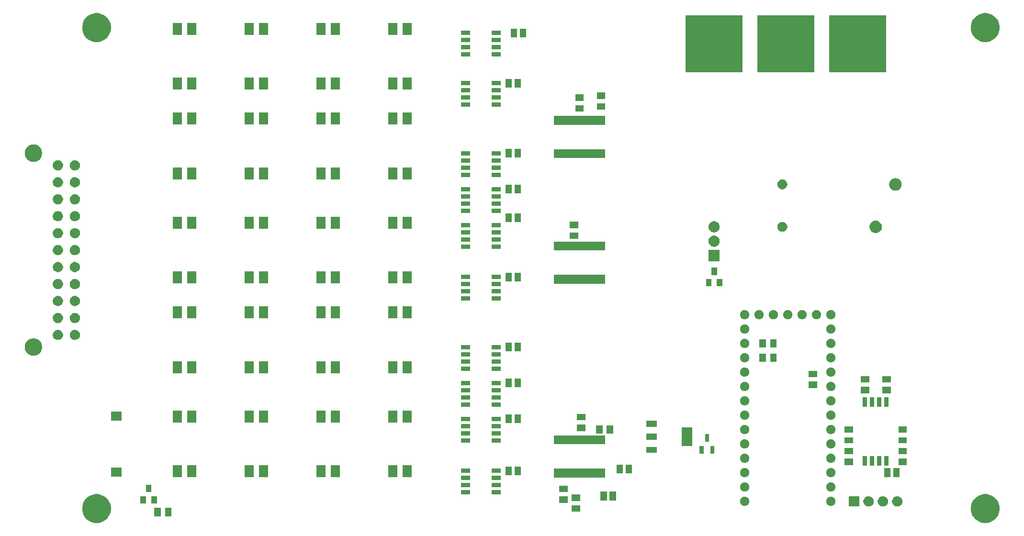
<source format=gbr>
G04 #@! TF.GenerationSoftware,KiCad,Pcbnew,(5.1.5)-3*
G04 #@! TF.CreationDate,2020-06-17T20:43:19-07:00*
G04 #@! TF.ProjectId,BMS Board,424d5320-426f-4617-9264-2e6b69636164,rev?*
G04 #@! TF.SameCoordinates,Original*
G04 #@! TF.FileFunction,Soldermask,Top*
G04 #@! TF.FilePolarity,Negative*
%FSLAX46Y46*%
G04 Gerber Fmt 4.6, Leading zero omitted, Abs format (unit mm)*
G04 Created by KiCad (PCBNEW (5.1.5)-3) date 2020-06-17 20:43:19*
%MOMM*%
%LPD*%
G04 APERTURE LIST*
%ADD10C,0.100000*%
G04 APERTURE END LIST*
D10*
G36*
X294749098Y-424267033D02*
G01*
X295213350Y-424459332D01*
X295213352Y-424459333D01*
X295631168Y-424738509D01*
X295986491Y-425093832D01*
X296170971Y-425369926D01*
X296265668Y-425511650D01*
X296457967Y-425975902D01*
X296556000Y-426468747D01*
X296556000Y-426971253D01*
X296457967Y-427464098D01*
X296265668Y-427928350D01*
X296265667Y-427928352D01*
X295986491Y-428346168D01*
X295631168Y-428701491D01*
X295213352Y-428980667D01*
X295213351Y-428980668D01*
X295213350Y-428980668D01*
X294749098Y-429172967D01*
X294256253Y-429271000D01*
X293753747Y-429271000D01*
X293260902Y-429172967D01*
X292796650Y-428980668D01*
X292796649Y-428980668D01*
X292796648Y-428980667D01*
X292378832Y-428701491D01*
X292023509Y-428346168D01*
X291744333Y-427928352D01*
X291744332Y-427928350D01*
X291552033Y-427464098D01*
X291454000Y-426971253D01*
X291454000Y-426468747D01*
X291552033Y-425975902D01*
X291744332Y-425511650D01*
X291839029Y-425369926D01*
X292023509Y-425093832D01*
X292378832Y-424738509D01*
X292796648Y-424459333D01*
X292796650Y-424459332D01*
X293260902Y-424267033D01*
X293753747Y-424169000D01*
X294256253Y-424169000D01*
X294749098Y-424267033D01*
G37*
G36*
X137586598Y-424267033D02*
G01*
X138050850Y-424459332D01*
X138050852Y-424459333D01*
X138468668Y-424738509D01*
X138823991Y-425093832D01*
X139008471Y-425369926D01*
X139103168Y-425511650D01*
X139295467Y-425975902D01*
X139393500Y-426468747D01*
X139393500Y-426971253D01*
X139295467Y-427464098D01*
X139103168Y-427928350D01*
X139103167Y-427928352D01*
X138823991Y-428346168D01*
X138468668Y-428701491D01*
X138050852Y-428980667D01*
X138050851Y-428980668D01*
X138050850Y-428980668D01*
X137586598Y-429172967D01*
X137093753Y-429271000D01*
X136591247Y-429271000D01*
X136098402Y-429172967D01*
X135634150Y-428980668D01*
X135634149Y-428980668D01*
X135634148Y-428980667D01*
X135216332Y-428701491D01*
X134861009Y-428346168D01*
X134581833Y-427928352D01*
X134581832Y-427928350D01*
X134389533Y-427464098D01*
X134291500Y-426971253D01*
X134291500Y-426468747D01*
X134389533Y-425975902D01*
X134581832Y-425511650D01*
X134676529Y-425369926D01*
X134861009Y-425093832D01*
X135216332Y-424738509D01*
X135634148Y-424459333D01*
X135634150Y-424459332D01*
X136098402Y-424267033D01*
X136591247Y-424169000D01*
X137093753Y-424169000D01*
X137586598Y-424267033D01*
G37*
G36*
X148216000Y-428106000D02*
G01*
X147064000Y-428106000D01*
X147064000Y-426604000D01*
X148216000Y-426604000D01*
X148216000Y-428106000D01*
G37*
G36*
X150116000Y-428106000D02*
G01*
X148964000Y-428106000D01*
X148964000Y-426604000D01*
X150116000Y-426604000D01*
X150116000Y-428106000D01*
G37*
G36*
X222366000Y-427293500D02*
G01*
X220864000Y-427293500D01*
X220864000Y-426141500D01*
X222366000Y-426141500D01*
X222366000Y-427293500D01*
G37*
G36*
X271741000Y-426363500D02*
G01*
X269914000Y-426363500D01*
X269914000Y-424536500D01*
X271741000Y-424536500D01*
X271741000Y-426363500D01*
G37*
G36*
X276085451Y-424554000D02*
G01*
X276173958Y-424571605D01*
X276242819Y-424600128D01*
X276340203Y-424640466D01*
X276489822Y-424740438D01*
X276617062Y-424867678D01*
X276717034Y-425017297D01*
X276785895Y-425183543D01*
X276821000Y-425360027D01*
X276821000Y-425539973D01*
X276785895Y-425716457D01*
X276717034Y-425882703D01*
X276617062Y-426032322D01*
X276489822Y-426159562D01*
X276340203Y-426259534D01*
X276242819Y-426299872D01*
X276173958Y-426328395D01*
X276085715Y-426345948D01*
X275997473Y-426363500D01*
X275817527Y-426363500D01*
X275729285Y-426345948D01*
X275641042Y-426328395D01*
X275572181Y-426299872D01*
X275474797Y-426259534D01*
X275325178Y-426159562D01*
X275197938Y-426032322D01*
X275097966Y-425882703D01*
X275029105Y-425716457D01*
X274994000Y-425539973D01*
X274994000Y-425360027D01*
X275029105Y-425183543D01*
X275097966Y-425017297D01*
X275197938Y-424867678D01*
X275325178Y-424740438D01*
X275474797Y-424640466D01*
X275572181Y-424600128D01*
X275641042Y-424571605D01*
X275729549Y-424554000D01*
X275817527Y-424536500D01*
X275997473Y-424536500D01*
X276085451Y-424554000D01*
G37*
G36*
X278625451Y-424554000D02*
G01*
X278713958Y-424571605D01*
X278782819Y-424600128D01*
X278880203Y-424640466D01*
X279029822Y-424740438D01*
X279157062Y-424867678D01*
X279257034Y-425017297D01*
X279325895Y-425183543D01*
X279361000Y-425360027D01*
X279361000Y-425539973D01*
X279325895Y-425716457D01*
X279257034Y-425882703D01*
X279157062Y-426032322D01*
X279029822Y-426159562D01*
X278880203Y-426259534D01*
X278782819Y-426299872D01*
X278713958Y-426328395D01*
X278625715Y-426345948D01*
X278537473Y-426363500D01*
X278357527Y-426363500D01*
X278269285Y-426345948D01*
X278181042Y-426328395D01*
X278112181Y-426299872D01*
X278014797Y-426259534D01*
X277865178Y-426159562D01*
X277737938Y-426032322D01*
X277637966Y-425882703D01*
X277569105Y-425716457D01*
X277534000Y-425539973D01*
X277534000Y-425360027D01*
X277569105Y-425183543D01*
X277637966Y-425017297D01*
X277737938Y-424867678D01*
X277865178Y-424740438D01*
X278014797Y-424640466D01*
X278112181Y-424600128D01*
X278181042Y-424571605D01*
X278269549Y-424554000D01*
X278357527Y-424536500D01*
X278537473Y-424536500D01*
X278625451Y-424554000D01*
G37*
G36*
X273545451Y-424554000D02*
G01*
X273633958Y-424571605D01*
X273702819Y-424600128D01*
X273800203Y-424640466D01*
X273949822Y-424740438D01*
X274077062Y-424867678D01*
X274177034Y-425017297D01*
X274245895Y-425183543D01*
X274281000Y-425360027D01*
X274281000Y-425539973D01*
X274245895Y-425716457D01*
X274177034Y-425882703D01*
X274077062Y-426032322D01*
X273949822Y-426159562D01*
X273800203Y-426259534D01*
X273702819Y-426299872D01*
X273633958Y-426328395D01*
X273545715Y-426345948D01*
X273457473Y-426363500D01*
X273277527Y-426363500D01*
X273189285Y-426345948D01*
X273101042Y-426328395D01*
X273032181Y-426299872D01*
X272934797Y-426259534D01*
X272785178Y-426159562D01*
X272657938Y-426032322D01*
X272557966Y-425882703D01*
X272489105Y-425716457D01*
X272454000Y-425539973D01*
X272454000Y-425360027D01*
X272489105Y-425183543D01*
X272557966Y-425017297D01*
X272657938Y-424867678D01*
X272785178Y-424740438D01*
X272934797Y-424640466D01*
X273032181Y-424600128D01*
X273101042Y-424571605D01*
X273189549Y-424554000D01*
X273277527Y-424536500D01*
X273457473Y-424536500D01*
X273545451Y-424554000D01*
G37*
G36*
X251697142Y-424668242D02*
G01*
X251845101Y-424729529D01*
X251978255Y-424818499D01*
X252091501Y-424931745D01*
X252180471Y-425064899D01*
X252241758Y-425212858D01*
X252273000Y-425369925D01*
X252273000Y-425530075D01*
X252241758Y-425687142D01*
X252180471Y-425835101D01*
X252091501Y-425968255D01*
X251978255Y-426081501D01*
X251845101Y-426170471D01*
X251697142Y-426231758D01*
X251540075Y-426263000D01*
X251379925Y-426263000D01*
X251222858Y-426231758D01*
X251074899Y-426170471D01*
X250941745Y-426081501D01*
X250828499Y-425968255D01*
X250739529Y-425835101D01*
X250678242Y-425687142D01*
X250647000Y-425530075D01*
X250647000Y-425369925D01*
X250678242Y-425212858D01*
X250739529Y-425064899D01*
X250828499Y-424931745D01*
X250941745Y-424818499D01*
X251074899Y-424729529D01*
X251222858Y-424668242D01*
X251379925Y-424637000D01*
X251540075Y-424637000D01*
X251697142Y-424668242D01*
G37*
G36*
X266937142Y-424668242D02*
G01*
X267085101Y-424729529D01*
X267218255Y-424818499D01*
X267331501Y-424931745D01*
X267420471Y-425064899D01*
X267481758Y-425212858D01*
X267513000Y-425369925D01*
X267513000Y-425530075D01*
X267481758Y-425687142D01*
X267420471Y-425835101D01*
X267331501Y-425968255D01*
X267218255Y-426081501D01*
X267085101Y-426170471D01*
X266937142Y-426231758D01*
X266780075Y-426263000D01*
X266619925Y-426263000D01*
X266462858Y-426231758D01*
X266314899Y-426170471D01*
X266181745Y-426081501D01*
X266068499Y-425968255D01*
X265979529Y-425835101D01*
X265918242Y-425687142D01*
X265887000Y-425530075D01*
X265887000Y-425369925D01*
X265918242Y-425212858D01*
X265979529Y-425064899D01*
X266068499Y-424931745D01*
X266181745Y-424818499D01*
X266314899Y-424729529D01*
X266462858Y-424668242D01*
X266619925Y-424637000D01*
X266780075Y-424637000D01*
X266937142Y-424668242D01*
G37*
G36*
X145601000Y-425831000D02*
G01*
X144599000Y-425831000D01*
X144599000Y-424529000D01*
X145601000Y-424529000D01*
X145601000Y-425831000D01*
G37*
G36*
X147501000Y-425831000D02*
G01*
X146499000Y-425831000D01*
X146499000Y-424529000D01*
X147501000Y-424529000D01*
X147501000Y-425831000D01*
G37*
G36*
X220143500Y-425706000D02*
G01*
X218641500Y-425706000D01*
X218641500Y-424554000D01*
X220143500Y-424554000D01*
X220143500Y-425706000D01*
G37*
G36*
X222366000Y-425393500D02*
G01*
X220864000Y-425393500D01*
X220864000Y-424241500D01*
X222366000Y-424241500D01*
X222366000Y-425393500D01*
G37*
G36*
X227081000Y-425283500D02*
G01*
X225959000Y-425283500D01*
X225959000Y-423711500D01*
X227081000Y-423711500D01*
X227081000Y-425283500D01*
G37*
G36*
X228701000Y-425283500D02*
G01*
X227579000Y-425283500D01*
X227579000Y-423711500D01*
X228701000Y-423711500D01*
X228701000Y-425283500D01*
G37*
G36*
X208313000Y-424238500D02*
G01*
X206686000Y-424238500D01*
X206686000Y-423486500D01*
X208313000Y-423486500D01*
X208313000Y-424238500D01*
G37*
G36*
X202889000Y-424238500D02*
G01*
X201262000Y-424238500D01*
X201262000Y-423486500D01*
X202889000Y-423486500D01*
X202889000Y-424238500D01*
G37*
G36*
X146551000Y-423831000D02*
G01*
X145549000Y-423831000D01*
X145549000Y-422529000D01*
X146551000Y-422529000D01*
X146551000Y-423831000D01*
G37*
G36*
X220143500Y-423806000D02*
G01*
X218641500Y-423806000D01*
X218641500Y-422654000D01*
X220143500Y-422654000D01*
X220143500Y-423806000D01*
G37*
G36*
X251697142Y-422128242D02*
G01*
X251845101Y-422189529D01*
X251978255Y-422278499D01*
X252091501Y-422391745D01*
X252180471Y-422524899D01*
X252241758Y-422672858D01*
X252273000Y-422829925D01*
X252273000Y-422990075D01*
X252241758Y-423147142D01*
X252180471Y-423295101D01*
X252091501Y-423428255D01*
X251978255Y-423541501D01*
X251845101Y-423630471D01*
X251697142Y-423691758D01*
X251540075Y-423723000D01*
X251379925Y-423723000D01*
X251222858Y-423691758D01*
X251074899Y-423630471D01*
X250941745Y-423541501D01*
X250828499Y-423428255D01*
X250739529Y-423295101D01*
X250678242Y-423147142D01*
X250647000Y-422990075D01*
X250647000Y-422829925D01*
X250678242Y-422672858D01*
X250739529Y-422524899D01*
X250828499Y-422391745D01*
X250941745Y-422278499D01*
X251074899Y-422189529D01*
X251222858Y-422128242D01*
X251379925Y-422097000D01*
X251540075Y-422097000D01*
X251697142Y-422128242D01*
G37*
G36*
X266937142Y-422128242D02*
G01*
X267085101Y-422189529D01*
X267218255Y-422278499D01*
X267331501Y-422391745D01*
X267420471Y-422524899D01*
X267481758Y-422672858D01*
X267513000Y-422829925D01*
X267513000Y-422990075D01*
X267481758Y-423147142D01*
X267420471Y-423295101D01*
X267331501Y-423428255D01*
X267218255Y-423541501D01*
X267085101Y-423630471D01*
X266937142Y-423691758D01*
X266780075Y-423723000D01*
X266619925Y-423723000D01*
X266462858Y-423691758D01*
X266314899Y-423630471D01*
X266181745Y-423541501D01*
X266068499Y-423428255D01*
X265979529Y-423295101D01*
X265918242Y-423147142D01*
X265887000Y-422990075D01*
X265887000Y-422829925D01*
X265918242Y-422672858D01*
X265979529Y-422524899D01*
X266068499Y-422391745D01*
X266181745Y-422278499D01*
X266314899Y-422189529D01*
X266462858Y-422128242D01*
X266619925Y-422097000D01*
X266780075Y-422097000D01*
X266937142Y-422128242D01*
G37*
G36*
X202889000Y-422968500D02*
G01*
X201262000Y-422968500D01*
X201262000Y-422216500D01*
X202889000Y-422216500D01*
X202889000Y-422968500D01*
G37*
G36*
X208313000Y-422968500D02*
G01*
X206686000Y-422968500D01*
X206686000Y-422216500D01*
X208313000Y-422216500D01*
X208313000Y-422968500D01*
G37*
G36*
X208313000Y-421698500D02*
G01*
X206686000Y-421698500D01*
X206686000Y-420946500D01*
X208313000Y-420946500D01*
X208313000Y-421698500D01*
G37*
G36*
X202889000Y-421698500D02*
G01*
X201262000Y-421698500D01*
X201262000Y-420946500D01*
X202889000Y-420946500D01*
X202889000Y-421698500D01*
G37*
G36*
X226751000Y-421239000D02*
G01*
X217749000Y-421239000D01*
X217749000Y-419662000D01*
X226751000Y-419662000D01*
X226751000Y-421239000D01*
G37*
G36*
X177331000Y-421191000D02*
G01*
X175729000Y-421191000D01*
X175729000Y-419089000D01*
X177331000Y-419089000D01*
X177331000Y-421191000D01*
G37*
G36*
X190031000Y-421191000D02*
G01*
X188429000Y-421191000D01*
X188429000Y-419089000D01*
X190031000Y-419089000D01*
X190031000Y-421191000D01*
G37*
G36*
X179871000Y-421191000D02*
G01*
X178269000Y-421191000D01*
X178269000Y-419089000D01*
X179871000Y-419089000D01*
X179871000Y-421191000D01*
G37*
G36*
X167171000Y-421191000D02*
G01*
X165569000Y-421191000D01*
X165569000Y-419089000D01*
X167171000Y-419089000D01*
X167171000Y-421191000D01*
G37*
G36*
X164631000Y-421191000D02*
G01*
X163029000Y-421191000D01*
X163029000Y-419089000D01*
X164631000Y-419089000D01*
X164631000Y-421191000D01*
G37*
G36*
X151931000Y-421191000D02*
G01*
X150329000Y-421191000D01*
X150329000Y-419089000D01*
X151931000Y-419089000D01*
X151931000Y-421191000D01*
G37*
G36*
X154471000Y-421191000D02*
G01*
X152869000Y-421191000D01*
X152869000Y-419089000D01*
X154471000Y-419089000D01*
X154471000Y-421191000D01*
G37*
G36*
X192571000Y-421191000D02*
G01*
X190969000Y-421191000D01*
X190969000Y-419089000D01*
X192571000Y-419089000D01*
X192571000Y-421191000D01*
G37*
G36*
X251697142Y-419588242D02*
G01*
X251845101Y-419649529D01*
X251978255Y-419738499D01*
X252091501Y-419851745D01*
X252180471Y-419984899D01*
X252241758Y-420132858D01*
X252273000Y-420289925D01*
X252273000Y-420450075D01*
X252241758Y-420607142D01*
X252180471Y-420755101D01*
X252091501Y-420888255D01*
X251978255Y-421001501D01*
X251845101Y-421090471D01*
X251697142Y-421151758D01*
X251540075Y-421183000D01*
X251379925Y-421183000D01*
X251222858Y-421151758D01*
X251074899Y-421090471D01*
X250941745Y-421001501D01*
X250828499Y-420888255D01*
X250739529Y-420755101D01*
X250678242Y-420607142D01*
X250647000Y-420450075D01*
X250647000Y-420289925D01*
X250678242Y-420132858D01*
X250739529Y-419984899D01*
X250828499Y-419851745D01*
X250941745Y-419738499D01*
X251074899Y-419649529D01*
X251222858Y-419588242D01*
X251379925Y-419557000D01*
X251540075Y-419557000D01*
X251697142Y-419588242D01*
G37*
G36*
X266937142Y-419588242D02*
G01*
X267085101Y-419649529D01*
X267218255Y-419738499D01*
X267331501Y-419851745D01*
X267420471Y-419984899D01*
X267481758Y-420132858D01*
X267513000Y-420289925D01*
X267513000Y-420450075D01*
X267481758Y-420607142D01*
X267420471Y-420755101D01*
X267331501Y-420888255D01*
X267218255Y-421001501D01*
X267085101Y-421090471D01*
X266937142Y-421151758D01*
X266780075Y-421183000D01*
X266619925Y-421183000D01*
X266462858Y-421151758D01*
X266314899Y-421090471D01*
X266181745Y-421001501D01*
X266068499Y-420888255D01*
X265979529Y-420755101D01*
X265918242Y-420607142D01*
X265887000Y-420450075D01*
X265887000Y-420289925D01*
X265918242Y-420132858D01*
X265979529Y-419984899D01*
X266068499Y-419851745D01*
X266181745Y-419738499D01*
X266314899Y-419649529D01*
X266462858Y-419588242D01*
X266619925Y-419557000D01*
X266780075Y-419557000D01*
X266937142Y-419588242D01*
G37*
G36*
X277246000Y-421156000D02*
G01*
X276124000Y-421156000D01*
X276124000Y-419584000D01*
X277246000Y-419584000D01*
X277246000Y-421156000D01*
G37*
G36*
X278866000Y-421156000D02*
G01*
X277744000Y-421156000D01*
X277744000Y-419584000D01*
X278866000Y-419584000D01*
X278866000Y-421156000D01*
G37*
G36*
X141236000Y-421041000D02*
G01*
X139434000Y-421041000D01*
X139434000Y-419439000D01*
X141236000Y-419439000D01*
X141236000Y-421041000D01*
G37*
G36*
X211873500Y-420838500D02*
G01*
X210751500Y-420838500D01*
X210751500Y-419266500D01*
X211873500Y-419266500D01*
X211873500Y-420838500D01*
G37*
G36*
X210253500Y-420838500D02*
G01*
X209131500Y-420838500D01*
X209131500Y-419266500D01*
X210253500Y-419266500D01*
X210253500Y-420838500D01*
G37*
G36*
X229938500Y-420521000D02*
G01*
X228816500Y-420521000D01*
X228816500Y-418949000D01*
X229938500Y-418949000D01*
X229938500Y-420521000D01*
G37*
G36*
X231558500Y-420521000D02*
G01*
X230436500Y-420521000D01*
X230436500Y-418949000D01*
X231558500Y-418949000D01*
X231558500Y-420521000D01*
G37*
G36*
X202889000Y-420428500D02*
G01*
X201262000Y-420428500D01*
X201262000Y-419676500D01*
X202889000Y-419676500D01*
X202889000Y-420428500D01*
G37*
G36*
X208313000Y-420428500D02*
G01*
X206686000Y-420428500D01*
X206686000Y-419676500D01*
X208313000Y-419676500D01*
X208313000Y-420428500D01*
G37*
G36*
X273108500Y-419118500D02*
G01*
X272356500Y-419118500D01*
X272356500Y-417416500D01*
X273108500Y-417416500D01*
X273108500Y-419118500D01*
G37*
G36*
X274378500Y-419118500D02*
G01*
X273626500Y-419118500D01*
X273626500Y-417416500D01*
X274378500Y-417416500D01*
X274378500Y-419118500D01*
G37*
G36*
X275648500Y-419118500D02*
G01*
X274896500Y-419118500D01*
X274896500Y-417416500D01*
X275648500Y-417416500D01*
X275648500Y-419118500D01*
G37*
G36*
X276918500Y-419118500D02*
G01*
X276166500Y-419118500D01*
X276166500Y-417416500D01*
X276918500Y-417416500D01*
X276918500Y-419118500D01*
G37*
G36*
X270626000Y-419038500D02*
G01*
X269124000Y-419038500D01*
X269124000Y-417886500D01*
X270626000Y-417886500D01*
X270626000Y-419038500D01*
G37*
G36*
X280151000Y-419038500D02*
G01*
X278649000Y-419038500D01*
X278649000Y-417886500D01*
X280151000Y-417886500D01*
X280151000Y-419038500D01*
G37*
G36*
X251697142Y-417048242D02*
G01*
X251845101Y-417109529D01*
X251978255Y-417198499D01*
X252091501Y-417311745D01*
X252180471Y-417444899D01*
X252241758Y-417592858D01*
X252273000Y-417749925D01*
X252273000Y-417910075D01*
X252241758Y-418067142D01*
X252180471Y-418215101D01*
X252091501Y-418348255D01*
X251978255Y-418461501D01*
X251845101Y-418550471D01*
X251697142Y-418611758D01*
X251540075Y-418643000D01*
X251379925Y-418643000D01*
X251222858Y-418611758D01*
X251074899Y-418550471D01*
X250941745Y-418461501D01*
X250828499Y-418348255D01*
X250739529Y-418215101D01*
X250678242Y-418067142D01*
X250647000Y-417910075D01*
X250647000Y-417749925D01*
X250678242Y-417592858D01*
X250739529Y-417444899D01*
X250828499Y-417311745D01*
X250941745Y-417198499D01*
X251074899Y-417109529D01*
X251222858Y-417048242D01*
X251379925Y-417017000D01*
X251540075Y-417017000D01*
X251697142Y-417048242D01*
G37*
G36*
X266937142Y-417048242D02*
G01*
X267085101Y-417109529D01*
X267218255Y-417198499D01*
X267331501Y-417311745D01*
X267420471Y-417444899D01*
X267481758Y-417592858D01*
X267513000Y-417749925D01*
X267513000Y-417910075D01*
X267481758Y-418067142D01*
X267420471Y-418215101D01*
X267331501Y-418348255D01*
X267218255Y-418461501D01*
X267085101Y-418550471D01*
X266937142Y-418611758D01*
X266780075Y-418643000D01*
X266619925Y-418643000D01*
X266462858Y-418611758D01*
X266314899Y-418550471D01*
X266181745Y-418461501D01*
X266068499Y-418348255D01*
X265979529Y-418215101D01*
X265918242Y-418067142D01*
X265887000Y-417910075D01*
X265887000Y-417749925D01*
X265918242Y-417592858D01*
X265979529Y-417444899D01*
X266068499Y-417311745D01*
X266181745Y-417198499D01*
X266314899Y-417109529D01*
X266462858Y-417048242D01*
X266619925Y-417017000D01*
X266780075Y-417017000D01*
X266937142Y-417048242D01*
G37*
G36*
X280151000Y-417138500D02*
G01*
X278649000Y-417138500D01*
X278649000Y-415986500D01*
X280151000Y-415986500D01*
X280151000Y-417138500D01*
G37*
G36*
X270626000Y-417138500D02*
G01*
X269124000Y-417138500D01*
X269124000Y-415986500D01*
X270626000Y-415986500D01*
X270626000Y-417138500D01*
G37*
G36*
X246093500Y-417016000D02*
G01*
X245391500Y-417016000D01*
X245391500Y-415664000D01*
X246093500Y-415664000D01*
X246093500Y-417016000D01*
G37*
G36*
X244193500Y-417016000D02*
G01*
X243491500Y-417016000D01*
X243491500Y-415664000D01*
X244193500Y-415664000D01*
X244193500Y-417016000D01*
G37*
G36*
X235901000Y-416846000D02*
G01*
X234049000Y-416846000D01*
X234049000Y-415794000D01*
X235901000Y-415794000D01*
X235901000Y-416846000D01*
G37*
G36*
X251697142Y-414508242D02*
G01*
X251845101Y-414569529D01*
X251978255Y-414658499D01*
X252091501Y-414771745D01*
X252180471Y-414904899D01*
X252241758Y-415052858D01*
X252273000Y-415209925D01*
X252273000Y-415370075D01*
X252241758Y-415527142D01*
X252180471Y-415675101D01*
X252091501Y-415808255D01*
X251978255Y-415921501D01*
X251845101Y-416010471D01*
X251697142Y-416071758D01*
X251540075Y-416103000D01*
X251379925Y-416103000D01*
X251222858Y-416071758D01*
X251074899Y-416010471D01*
X250941745Y-415921501D01*
X250828499Y-415808255D01*
X250739529Y-415675101D01*
X250678242Y-415527142D01*
X250647000Y-415370075D01*
X250647000Y-415209925D01*
X250678242Y-415052858D01*
X250739529Y-414904899D01*
X250828499Y-414771745D01*
X250941745Y-414658499D01*
X251074899Y-414569529D01*
X251222858Y-414508242D01*
X251379925Y-414477000D01*
X251540075Y-414477000D01*
X251697142Y-414508242D01*
G37*
G36*
X266937142Y-414508242D02*
G01*
X267085101Y-414569529D01*
X267218255Y-414658499D01*
X267331501Y-414771745D01*
X267420471Y-414904899D01*
X267481758Y-415052858D01*
X267513000Y-415209925D01*
X267513000Y-415370075D01*
X267481758Y-415527142D01*
X267420471Y-415675101D01*
X267331501Y-415808255D01*
X267218255Y-415921501D01*
X267085101Y-416010471D01*
X266937142Y-416071758D01*
X266780075Y-416103000D01*
X266619925Y-416103000D01*
X266462858Y-416071758D01*
X266314899Y-416010471D01*
X266181745Y-415921501D01*
X266068499Y-415808255D01*
X265979529Y-415675101D01*
X265918242Y-415527142D01*
X265887000Y-415370075D01*
X265887000Y-415209925D01*
X265918242Y-415052858D01*
X265979529Y-414904899D01*
X266068499Y-414771745D01*
X266181745Y-414658499D01*
X266314899Y-414569529D01*
X266462858Y-414508242D01*
X266619925Y-414477000D01*
X266780075Y-414477000D01*
X266937142Y-414508242D01*
G37*
G36*
X242201000Y-415671000D02*
G01*
X240349000Y-415671000D01*
X240349000Y-412369000D01*
X242201000Y-412369000D01*
X242201000Y-415671000D01*
G37*
G36*
X226751000Y-415363000D02*
G01*
X217749000Y-415363000D01*
X217749000Y-413786000D01*
X226751000Y-413786000D01*
X226751000Y-415363000D01*
G37*
G36*
X280151000Y-415178500D02*
G01*
X278649000Y-415178500D01*
X278649000Y-414126500D01*
X280151000Y-414126500D01*
X280151000Y-415178500D01*
G37*
G36*
X270626000Y-415178500D02*
G01*
X269124000Y-415178500D01*
X269124000Y-414126500D01*
X270626000Y-414126500D01*
X270626000Y-415178500D01*
G37*
G36*
X208313000Y-415031000D02*
G01*
X206686000Y-415031000D01*
X206686000Y-414279000D01*
X208313000Y-414279000D01*
X208313000Y-415031000D01*
G37*
G36*
X202889000Y-415031000D02*
G01*
X201262000Y-415031000D01*
X201262000Y-414279000D01*
X202889000Y-414279000D01*
X202889000Y-415031000D01*
G37*
G36*
X245143500Y-414916000D02*
G01*
X244441500Y-414916000D01*
X244441500Y-413564000D01*
X245143500Y-413564000D01*
X245143500Y-414916000D01*
G37*
G36*
X235901000Y-414546000D02*
G01*
X234049000Y-414546000D01*
X234049000Y-413494000D01*
X235901000Y-413494000D01*
X235901000Y-414546000D01*
G37*
G36*
X208313000Y-413761000D02*
G01*
X206686000Y-413761000D01*
X206686000Y-413009000D01*
X208313000Y-413009000D01*
X208313000Y-413761000D01*
G37*
G36*
X202889000Y-413761000D02*
G01*
X201262000Y-413761000D01*
X201262000Y-413009000D01*
X202889000Y-413009000D01*
X202889000Y-413761000D01*
G37*
G36*
X251697142Y-411968242D02*
G01*
X251845101Y-412029529D01*
X251978255Y-412118499D01*
X252091501Y-412231745D01*
X252180471Y-412364899D01*
X252241758Y-412512858D01*
X252273000Y-412669925D01*
X252273000Y-412830075D01*
X252241758Y-412987142D01*
X252180471Y-413135101D01*
X252091501Y-413268255D01*
X251978255Y-413381501D01*
X251845101Y-413470471D01*
X251697142Y-413531758D01*
X251540075Y-413563000D01*
X251379925Y-413563000D01*
X251222858Y-413531758D01*
X251074899Y-413470471D01*
X250941745Y-413381501D01*
X250828499Y-413268255D01*
X250739529Y-413135101D01*
X250678242Y-412987142D01*
X250647000Y-412830075D01*
X250647000Y-412669925D01*
X250678242Y-412512858D01*
X250739529Y-412364899D01*
X250828499Y-412231745D01*
X250941745Y-412118499D01*
X251074899Y-412029529D01*
X251222858Y-411968242D01*
X251379925Y-411937000D01*
X251540075Y-411937000D01*
X251697142Y-411968242D01*
G37*
G36*
X266937142Y-411968242D02*
G01*
X267085101Y-412029529D01*
X267218255Y-412118499D01*
X267331501Y-412231745D01*
X267420471Y-412364899D01*
X267481758Y-412512858D01*
X267513000Y-412669925D01*
X267513000Y-412830075D01*
X267481758Y-412987142D01*
X267420471Y-413135101D01*
X267331501Y-413268255D01*
X267218255Y-413381501D01*
X267085101Y-413470471D01*
X266937142Y-413531758D01*
X266780075Y-413563000D01*
X266619925Y-413563000D01*
X266462858Y-413531758D01*
X266314899Y-413470471D01*
X266181745Y-413381501D01*
X266068499Y-413268255D01*
X265979529Y-413135101D01*
X265918242Y-412987142D01*
X265887000Y-412830075D01*
X265887000Y-412669925D01*
X265918242Y-412512858D01*
X265979529Y-412364899D01*
X266068499Y-412231745D01*
X266181745Y-412118499D01*
X266314899Y-412029529D01*
X266462858Y-411968242D01*
X266619925Y-411937000D01*
X266780075Y-411937000D01*
X266937142Y-411968242D01*
G37*
G36*
X228221000Y-413501000D02*
G01*
X227069000Y-413501000D01*
X227069000Y-411999000D01*
X228221000Y-411999000D01*
X228221000Y-413501000D01*
G37*
G36*
X226321000Y-413501000D02*
G01*
X225169000Y-413501000D01*
X225169000Y-411999000D01*
X226321000Y-411999000D01*
X226321000Y-413501000D01*
G37*
G36*
X280151000Y-413278500D02*
G01*
X278649000Y-413278500D01*
X278649000Y-412226500D01*
X280151000Y-412226500D01*
X280151000Y-413278500D01*
G37*
G36*
X270626000Y-413278500D02*
G01*
X269124000Y-413278500D01*
X269124000Y-412226500D01*
X270626000Y-412226500D01*
X270626000Y-413278500D01*
G37*
G36*
X223318500Y-413006000D02*
G01*
X221816500Y-413006000D01*
X221816500Y-411854000D01*
X223318500Y-411854000D01*
X223318500Y-413006000D01*
G37*
G36*
X208313000Y-412491000D02*
G01*
X206686000Y-412491000D01*
X206686000Y-411739000D01*
X208313000Y-411739000D01*
X208313000Y-412491000D01*
G37*
G36*
X202889000Y-412491000D02*
G01*
X201262000Y-412491000D01*
X201262000Y-411739000D01*
X202889000Y-411739000D01*
X202889000Y-412491000D01*
G37*
G36*
X235901000Y-412246000D02*
G01*
X234049000Y-412246000D01*
X234049000Y-411194000D01*
X235901000Y-411194000D01*
X235901000Y-412246000D01*
G37*
G36*
X211873500Y-411631000D02*
G01*
X210751500Y-411631000D01*
X210751500Y-410059000D01*
X211873500Y-410059000D01*
X211873500Y-411631000D01*
G37*
G36*
X210253500Y-411631000D02*
G01*
X209131500Y-411631000D01*
X209131500Y-410059000D01*
X210253500Y-410059000D01*
X210253500Y-411631000D01*
G37*
G36*
X154471000Y-411491000D02*
G01*
X152869000Y-411491000D01*
X152869000Y-409389000D01*
X154471000Y-409389000D01*
X154471000Y-411491000D01*
G37*
G36*
X167171000Y-411491000D02*
G01*
X165569000Y-411491000D01*
X165569000Y-409389000D01*
X167171000Y-409389000D01*
X167171000Y-411491000D01*
G37*
G36*
X164631000Y-411491000D02*
G01*
X163029000Y-411491000D01*
X163029000Y-409389000D01*
X164631000Y-409389000D01*
X164631000Y-411491000D01*
G37*
G36*
X151931000Y-411491000D02*
G01*
X150329000Y-411491000D01*
X150329000Y-409389000D01*
X151931000Y-409389000D01*
X151931000Y-411491000D01*
G37*
G36*
X179871000Y-411491000D02*
G01*
X178269000Y-411491000D01*
X178269000Y-409389000D01*
X179871000Y-409389000D01*
X179871000Y-411491000D01*
G37*
G36*
X177331000Y-411491000D02*
G01*
X175729000Y-411491000D01*
X175729000Y-409389000D01*
X177331000Y-409389000D01*
X177331000Y-411491000D01*
G37*
G36*
X190031000Y-411491000D02*
G01*
X188429000Y-411491000D01*
X188429000Y-409389000D01*
X190031000Y-409389000D01*
X190031000Y-411491000D01*
G37*
G36*
X192571000Y-411491000D02*
G01*
X190969000Y-411491000D01*
X190969000Y-409389000D01*
X192571000Y-409389000D01*
X192571000Y-411491000D01*
G37*
G36*
X202889000Y-411221000D02*
G01*
X201262000Y-411221000D01*
X201262000Y-410469000D01*
X202889000Y-410469000D01*
X202889000Y-411221000D01*
G37*
G36*
X208313000Y-411221000D02*
G01*
X206686000Y-411221000D01*
X206686000Y-410469000D01*
X208313000Y-410469000D01*
X208313000Y-411221000D01*
G37*
G36*
X141236000Y-411141000D02*
G01*
X139434000Y-411141000D01*
X139434000Y-409539000D01*
X141236000Y-409539000D01*
X141236000Y-411141000D01*
G37*
G36*
X223318500Y-411106000D02*
G01*
X221816500Y-411106000D01*
X221816500Y-409954000D01*
X223318500Y-409954000D01*
X223318500Y-411106000D01*
G37*
G36*
X266937142Y-409428242D02*
G01*
X267085101Y-409489529D01*
X267218255Y-409578499D01*
X267331501Y-409691745D01*
X267420471Y-409824899D01*
X267481758Y-409972858D01*
X267513000Y-410129925D01*
X267513000Y-410290075D01*
X267481758Y-410447142D01*
X267420471Y-410595101D01*
X267331501Y-410728255D01*
X267218255Y-410841501D01*
X267085101Y-410930471D01*
X266937142Y-410991758D01*
X266780075Y-411023000D01*
X266619925Y-411023000D01*
X266462858Y-410991758D01*
X266314899Y-410930471D01*
X266181745Y-410841501D01*
X266068499Y-410728255D01*
X265979529Y-410595101D01*
X265918242Y-410447142D01*
X265887000Y-410290075D01*
X265887000Y-410129925D01*
X265918242Y-409972858D01*
X265979529Y-409824899D01*
X266068499Y-409691745D01*
X266181745Y-409578499D01*
X266314899Y-409489529D01*
X266462858Y-409428242D01*
X266619925Y-409397000D01*
X266780075Y-409397000D01*
X266937142Y-409428242D01*
G37*
G36*
X251697142Y-409428242D02*
G01*
X251845101Y-409489529D01*
X251978255Y-409578499D01*
X252091501Y-409691745D01*
X252180471Y-409824899D01*
X252241758Y-409972858D01*
X252273000Y-410129925D01*
X252273000Y-410290075D01*
X252241758Y-410447142D01*
X252180471Y-410595101D01*
X252091501Y-410728255D01*
X251978255Y-410841501D01*
X251845101Y-410930471D01*
X251697142Y-410991758D01*
X251540075Y-411023000D01*
X251379925Y-411023000D01*
X251222858Y-410991758D01*
X251074899Y-410930471D01*
X250941745Y-410841501D01*
X250828499Y-410728255D01*
X250739529Y-410595101D01*
X250678242Y-410447142D01*
X250647000Y-410290075D01*
X250647000Y-410129925D01*
X250678242Y-409972858D01*
X250739529Y-409824899D01*
X250828499Y-409691745D01*
X250941745Y-409578499D01*
X251074899Y-409489529D01*
X251222858Y-409428242D01*
X251379925Y-409397000D01*
X251540075Y-409397000D01*
X251697142Y-409428242D01*
G37*
G36*
X273108500Y-408718500D02*
G01*
X272356500Y-408718500D01*
X272356500Y-407016500D01*
X273108500Y-407016500D01*
X273108500Y-408718500D01*
G37*
G36*
X275648500Y-408718500D02*
G01*
X274896500Y-408718500D01*
X274896500Y-407016500D01*
X275648500Y-407016500D01*
X275648500Y-408718500D01*
G37*
G36*
X274378500Y-408718500D02*
G01*
X273626500Y-408718500D01*
X273626500Y-407016500D01*
X274378500Y-407016500D01*
X274378500Y-408718500D01*
G37*
G36*
X276918500Y-408718500D02*
G01*
X276166500Y-408718500D01*
X276166500Y-407016500D01*
X276918500Y-407016500D01*
X276918500Y-408718500D01*
G37*
G36*
X208313000Y-408681000D02*
G01*
X206686000Y-408681000D01*
X206686000Y-407929000D01*
X208313000Y-407929000D01*
X208313000Y-408681000D01*
G37*
G36*
X202889000Y-408681000D02*
G01*
X201262000Y-408681000D01*
X201262000Y-407929000D01*
X202889000Y-407929000D01*
X202889000Y-408681000D01*
G37*
G36*
X251697142Y-406888242D02*
G01*
X251845101Y-406949529D01*
X251978255Y-407038499D01*
X252091501Y-407151745D01*
X252180471Y-407284899D01*
X252241758Y-407432858D01*
X252273000Y-407589925D01*
X252273000Y-407750075D01*
X252241758Y-407907142D01*
X252180471Y-408055101D01*
X252091501Y-408188255D01*
X251978255Y-408301501D01*
X251845101Y-408390471D01*
X251697142Y-408451758D01*
X251540075Y-408483000D01*
X251379925Y-408483000D01*
X251222858Y-408451758D01*
X251074899Y-408390471D01*
X250941745Y-408301501D01*
X250828499Y-408188255D01*
X250739529Y-408055101D01*
X250678242Y-407907142D01*
X250647000Y-407750075D01*
X250647000Y-407589925D01*
X250678242Y-407432858D01*
X250739529Y-407284899D01*
X250828499Y-407151745D01*
X250941745Y-407038499D01*
X251074899Y-406949529D01*
X251222858Y-406888242D01*
X251379925Y-406857000D01*
X251540075Y-406857000D01*
X251697142Y-406888242D01*
G37*
G36*
X266937142Y-406888242D02*
G01*
X267085101Y-406949529D01*
X267218255Y-407038499D01*
X267331501Y-407151745D01*
X267420471Y-407284899D01*
X267481758Y-407432858D01*
X267513000Y-407589925D01*
X267513000Y-407750075D01*
X267481758Y-407907142D01*
X267420471Y-408055101D01*
X267331501Y-408188255D01*
X267218255Y-408301501D01*
X267085101Y-408390471D01*
X266937142Y-408451758D01*
X266780075Y-408483000D01*
X266619925Y-408483000D01*
X266462858Y-408451758D01*
X266314899Y-408390471D01*
X266181745Y-408301501D01*
X266068499Y-408188255D01*
X265979529Y-408055101D01*
X265918242Y-407907142D01*
X265887000Y-407750075D01*
X265887000Y-407589925D01*
X265918242Y-407432858D01*
X265979529Y-407284899D01*
X266068499Y-407151745D01*
X266181745Y-407038499D01*
X266314899Y-406949529D01*
X266462858Y-406888242D01*
X266619925Y-406857000D01*
X266780075Y-406857000D01*
X266937142Y-406888242D01*
G37*
G36*
X202889000Y-407411000D02*
G01*
X201262000Y-407411000D01*
X201262000Y-406659000D01*
X202889000Y-406659000D01*
X202889000Y-407411000D01*
G37*
G36*
X208313000Y-407411000D02*
G01*
X206686000Y-407411000D01*
X206686000Y-406659000D01*
X208313000Y-406659000D01*
X208313000Y-407411000D01*
G37*
G36*
X273483500Y-406338500D02*
G01*
X271981500Y-406338500D01*
X271981500Y-405186500D01*
X273483500Y-405186500D01*
X273483500Y-406338500D01*
G37*
G36*
X277293500Y-406338500D02*
G01*
X275791500Y-406338500D01*
X275791500Y-405186500D01*
X277293500Y-405186500D01*
X277293500Y-406338500D01*
G37*
G36*
X208313000Y-406141000D02*
G01*
X206686000Y-406141000D01*
X206686000Y-405389000D01*
X208313000Y-405389000D01*
X208313000Y-406141000D01*
G37*
G36*
X202889000Y-406141000D02*
G01*
X201262000Y-406141000D01*
X201262000Y-405389000D01*
X202889000Y-405389000D01*
X202889000Y-406141000D01*
G37*
G36*
X266937142Y-404348242D02*
G01*
X267085101Y-404409529D01*
X267218255Y-404498499D01*
X267331501Y-404611745D01*
X267420471Y-404744899D01*
X267481758Y-404892858D01*
X267513000Y-405049925D01*
X267513000Y-405210075D01*
X267481758Y-405367142D01*
X267420471Y-405515101D01*
X267331501Y-405648255D01*
X267218255Y-405761501D01*
X267085101Y-405850471D01*
X266937142Y-405911758D01*
X266780075Y-405943000D01*
X266619925Y-405943000D01*
X266462858Y-405911758D01*
X266314899Y-405850471D01*
X266181745Y-405761501D01*
X266068499Y-405648255D01*
X265979529Y-405515101D01*
X265918242Y-405367142D01*
X265887000Y-405210075D01*
X265887000Y-405049925D01*
X265918242Y-404892858D01*
X265979529Y-404744899D01*
X266068499Y-404611745D01*
X266181745Y-404498499D01*
X266314899Y-404409529D01*
X266462858Y-404348242D01*
X266619925Y-404317000D01*
X266780075Y-404317000D01*
X266937142Y-404348242D01*
G37*
G36*
X251697142Y-404348242D02*
G01*
X251845101Y-404409529D01*
X251978255Y-404498499D01*
X252091501Y-404611745D01*
X252180471Y-404744899D01*
X252241758Y-404892858D01*
X252273000Y-405049925D01*
X252273000Y-405210075D01*
X252241758Y-405367142D01*
X252180471Y-405515101D01*
X252091501Y-405648255D01*
X251978255Y-405761501D01*
X251845101Y-405850471D01*
X251697142Y-405911758D01*
X251540075Y-405943000D01*
X251379925Y-405943000D01*
X251222858Y-405911758D01*
X251074899Y-405850471D01*
X250941745Y-405761501D01*
X250828499Y-405648255D01*
X250739529Y-405515101D01*
X250678242Y-405367142D01*
X250647000Y-405210075D01*
X250647000Y-405049925D01*
X250678242Y-404892858D01*
X250739529Y-404744899D01*
X250828499Y-404611745D01*
X250941745Y-404498499D01*
X251074899Y-404409529D01*
X251222858Y-404348242D01*
X251379925Y-404317000D01*
X251540075Y-404317000D01*
X251697142Y-404348242D01*
G37*
G36*
X264276000Y-405386000D02*
G01*
X262774000Y-405386000D01*
X262774000Y-404234000D01*
X264276000Y-404234000D01*
X264276000Y-405386000D01*
G37*
G36*
X210253500Y-405281000D02*
G01*
X209131500Y-405281000D01*
X209131500Y-403709000D01*
X210253500Y-403709000D01*
X210253500Y-405281000D01*
G37*
G36*
X211873500Y-405281000D02*
G01*
X210751500Y-405281000D01*
X210751500Y-403709000D01*
X211873500Y-403709000D01*
X211873500Y-405281000D01*
G37*
G36*
X202889000Y-404871000D02*
G01*
X201262000Y-404871000D01*
X201262000Y-404119000D01*
X202889000Y-404119000D01*
X202889000Y-404871000D01*
G37*
G36*
X208313000Y-404871000D02*
G01*
X206686000Y-404871000D01*
X206686000Y-404119000D01*
X208313000Y-404119000D01*
X208313000Y-404871000D01*
G37*
G36*
X273483500Y-404438500D02*
G01*
X271981500Y-404438500D01*
X271981500Y-403286500D01*
X273483500Y-403286500D01*
X273483500Y-404438500D01*
G37*
G36*
X277293500Y-404438500D02*
G01*
X275791500Y-404438500D01*
X275791500Y-403286500D01*
X277293500Y-403286500D01*
X277293500Y-404438500D01*
G37*
G36*
X264276000Y-403486000D02*
G01*
X262774000Y-403486000D01*
X262774000Y-402334000D01*
X264276000Y-402334000D01*
X264276000Y-403486000D01*
G37*
G36*
X251697142Y-401808242D02*
G01*
X251845101Y-401869529D01*
X251978255Y-401958499D01*
X252091501Y-402071745D01*
X252180471Y-402204899D01*
X252241758Y-402352858D01*
X252273000Y-402509925D01*
X252273000Y-402670075D01*
X252241758Y-402827142D01*
X252180471Y-402975101D01*
X252091501Y-403108255D01*
X251978255Y-403221501D01*
X251845101Y-403310471D01*
X251697142Y-403371758D01*
X251540075Y-403403000D01*
X251379925Y-403403000D01*
X251222858Y-403371758D01*
X251074899Y-403310471D01*
X250941745Y-403221501D01*
X250828499Y-403108255D01*
X250739529Y-402975101D01*
X250678242Y-402827142D01*
X250647000Y-402670075D01*
X250647000Y-402509925D01*
X250678242Y-402352858D01*
X250739529Y-402204899D01*
X250828499Y-402071745D01*
X250941745Y-401958499D01*
X251074899Y-401869529D01*
X251222858Y-401808242D01*
X251379925Y-401777000D01*
X251540075Y-401777000D01*
X251697142Y-401808242D01*
G37*
G36*
X266937142Y-401808242D02*
G01*
X267085101Y-401869529D01*
X267218255Y-401958499D01*
X267331501Y-402071745D01*
X267420471Y-402204899D01*
X267481758Y-402352858D01*
X267513000Y-402509925D01*
X267513000Y-402670075D01*
X267481758Y-402827142D01*
X267420471Y-402975101D01*
X267331501Y-403108255D01*
X267218255Y-403221501D01*
X267085101Y-403310471D01*
X266937142Y-403371758D01*
X266780075Y-403403000D01*
X266619925Y-403403000D01*
X266462858Y-403371758D01*
X266314899Y-403310471D01*
X266181745Y-403221501D01*
X266068499Y-403108255D01*
X265979529Y-402975101D01*
X265918242Y-402827142D01*
X265887000Y-402670075D01*
X265887000Y-402509925D01*
X265918242Y-402352858D01*
X265979529Y-402204899D01*
X266068499Y-402071745D01*
X266181745Y-401958499D01*
X266314899Y-401869529D01*
X266462858Y-401808242D01*
X266619925Y-401777000D01*
X266780075Y-401777000D01*
X266937142Y-401808242D01*
G37*
G36*
X164631000Y-402776000D02*
G01*
X163029000Y-402776000D01*
X163029000Y-400674000D01*
X164631000Y-400674000D01*
X164631000Y-402776000D01*
G37*
G36*
X167171000Y-402776000D02*
G01*
X165569000Y-402776000D01*
X165569000Y-400674000D01*
X167171000Y-400674000D01*
X167171000Y-402776000D01*
G37*
G36*
X190031000Y-402776000D02*
G01*
X188429000Y-402776000D01*
X188429000Y-400674000D01*
X190031000Y-400674000D01*
X190031000Y-402776000D01*
G37*
G36*
X154471000Y-402776000D02*
G01*
X152869000Y-402776000D01*
X152869000Y-400674000D01*
X154471000Y-400674000D01*
X154471000Y-402776000D01*
G37*
G36*
X192571000Y-402776000D02*
G01*
X190969000Y-402776000D01*
X190969000Y-400674000D01*
X192571000Y-400674000D01*
X192571000Y-402776000D01*
G37*
G36*
X179871000Y-402776000D02*
G01*
X178269000Y-402776000D01*
X178269000Y-400674000D01*
X179871000Y-400674000D01*
X179871000Y-402776000D01*
G37*
G36*
X177331000Y-402776000D02*
G01*
X175729000Y-402776000D01*
X175729000Y-400674000D01*
X177331000Y-400674000D01*
X177331000Y-402776000D01*
G37*
G36*
X151931000Y-402776000D02*
G01*
X150329000Y-402776000D01*
X150329000Y-400674000D01*
X151931000Y-400674000D01*
X151931000Y-402776000D01*
G37*
G36*
X208313000Y-402331000D02*
G01*
X206686000Y-402331000D01*
X206686000Y-401579000D01*
X208313000Y-401579000D01*
X208313000Y-402331000D01*
G37*
G36*
X202889000Y-402331000D02*
G01*
X201262000Y-402331000D01*
X201262000Y-401579000D01*
X202889000Y-401579000D01*
X202889000Y-402331000D01*
G37*
G36*
X202889000Y-401061000D02*
G01*
X201262000Y-401061000D01*
X201262000Y-400309000D01*
X202889000Y-400309000D01*
X202889000Y-401061000D01*
G37*
G36*
X208313000Y-401061000D02*
G01*
X206686000Y-401061000D01*
X206686000Y-400309000D01*
X208313000Y-400309000D01*
X208313000Y-401061000D01*
G37*
G36*
X251697142Y-399268242D02*
G01*
X251845101Y-399329529D01*
X251978255Y-399418499D01*
X252091501Y-399531745D01*
X252180471Y-399664899D01*
X252241758Y-399812858D01*
X252273000Y-399969925D01*
X252273000Y-400130075D01*
X252241758Y-400287142D01*
X252180471Y-400435101D01*
X252091501Y-400568255D01*
X251978255Y-400681501D01*
X251845101Y-400770471D01*
X251697142Y-400831758D01*
X251540075Y-400863000D01*
X251379925Y-400863000D01*
X251222858Y-400831758D01*
X251074899Y-400770471D01*
X250941745Y-400681501D01*
X250828499Y-400568255D01*
X250739529Y-400435101D01*
X250678242Y-400287142D01*
X250647000Y-400130075D01*
X250647000Y-399969925D01*
X250678242Y-399812858D01*
X250739529Y-399664899D01*
X250828499Y-399531745D01*
X250941745Y-399418499D01*
X251074899Y-399329529D01*
X251222858Y-399268242D01*
X251379925Y-399237000D01*
X251540075Y-399237000D01*
X251697142Y-399268242D01*
G37*
G36*
X266937142Y-399268242D02*
G01*
X267085101Y-399329529D01*
X267218255Y-399418499D01*
X267331501Y-399531745D01*
X267420471Y-399664899D01*
X267481758Y-399812858D01*
X267513000Y-399969925D01*
X267513000Y-400130075D01*
X267481758Y-400287142D01*
X267420471Y-400435101D01*
X267331501Y-400568255D01*
X267218255Y-400681501D01*
X267085101Y-400770471D01*
X266937142Y-400831758D01*
X266780075Y-400863000D01*
X266619925Y-400863000D01*
X266462858Y-400831758D01*
X266314899Y-400770471D01*
X266181745Y-400681501D01*
X266068499Y-400568255D01*
X265979529Y-400435101D01*
X265918242Y-400287142D01*
X265887000Y-400130075D01*
X265887000Y-399969925D01*
X265918242Y-399812858D01*
X265979529Y-399664899D01*
X266068499Y-399531745D01*
X266181745Y-399418499D01*
X266314899Y-399329529D01*
X266462858Y-399268242D01*
X266619925Y-399237000D01*
X266780075Y-399237000D01*
X266937142Y-399268242D01*
G37*
G36*
X257113500Y-400801000D02*
G01*
X255961500Y-400801000D01*
X255961500Y-399299000D01*
X257113500Y-399299000D01*
X257113500Y-400801000D01*
G37*
G36*
X255213500Y-400801000D02*
G01*
X254061500Y-400801000D01*
X254061500Y-399299000D01*
X255213500Y-399299000D01*
X255213500Y-400801000D01*
G37*
G36*
X208313000Y-399791000D02*
G01*
X206686000Y-399791000D01*
X206686000Y-399039000D01*
X208313000Y-399039000D01*
X208313000Y-399791000D01*
G37*
G36*
X202889000Y-399791000D02*
G01*
X201262000Y-399791000D01*
X201262000Y-399039000D01*
X202889000Y-399039000D01*
X202889000Y-399791000D01*
G37*
G36*
X125982585Y-396628802D02*
G01*
X126132410Y-396658604D01*
X126414674Y-396775521D01*
X126668705Y-396945259D01*
X126884741Y-397161295D01*
X127054479Y-397415326D01*
X127171396Y-397697590D01*
X127231000Y-397997240D01*
X127231000Y-398302760D01*
X127171396Y-398602410D01*
X127054479Y-398884674D01*
X126884741Y-399138705D01*
X126668705Y-399354741D01*
X126414674Y-399524479D01*
X126132410Y-399641396D01*
X126014252Y-399664899D01*
X125832761Y-399701000D01*
X125527239Y-399701000D01*
X125345748Y-399664899D01*
X125227590Y-399641396D01*
X124945326Y-399524479D01*
X124691295Y-399354741D01*
X124475259Y-399138705D01*
X124305521Y-398884674D01*
X124188604Y-398602410D01*
X124129000Y-398302760D01*
X124129000Y-397997240D01*
X124188604Y-397697590D01*
X124305521Y-397415326D01*
X124475259Y-397161295D01*
X124691295Y-396945259D01*
X124945326Y-396775521D01*
X125227590Y-396658604D01*
X125377415Y-396628802D01*
X125527239Y-396599000D01*
X125832761Y-396599000D01*
X125982585Y-396628802D01*
G37*
G36*
X211873500Y-398931000D02*
G01*
X210751500Y-398931000D01*
X210751500Y-397359000D01*
X211873500Y-397359000D01*
X211873500Y-398931000D01*
G37*
G36*
X210253500Y-398931000D02*
G01*
X209131500Y-398931000D01*
X209131500Y-397359000D01*
X210253500Y-397359000D01*
X210253500Y-398931000D01*
G37*
G36*
X208313000Y-398521000D02*
G01*
X206686000Y-398521000D01*
X206686000Y-397769000D01*
X208313000Y-397769000D01*
X208313000Y-398521000D01*
G37*
G36*
X202889000Y-398521000D02*
G01*
X201262000Y-398521000D01*
X201262000Y-397769000D01*
X202889000Y-397769000D01*
X202889000Y-398521000D01*
G37*
G36*
X251697142Y-396728242D02*
G01*
X251845101Y-396789529D01*
X251978255Y-396878499D01*
X252091501Y-396991745D01*
X252180471Y-397124899D01*
X252241758Y-397272858D01*
X252273000Y-397429925D01*
X252273000Y-397590075D01*
X252241758Y-397747142D01*
X252180471Y-397895101D01*
X252091501Y-398028255D01*
X251978255Y-398141501D01*
X251845101Y-398230471D01*
X251697142Y-398291758D01*
X251540075Y-398323000D01*
X251379925Y-398323000D01*
X251222858Y-398291758D01*
X251074899Y-398230471D01*
X250941745Y-398141501D01*
X250828499Y-398028255D01*
X250739529Y-397895101D01*
X250678242Y-397747142D01*
X250647000Y-397590075D01*
X250647000Y-397429925D01*
X250678242Y-397272858D01*
X250739529Y-397124899D01*
X250828499Y-396991745D01*
X250941745Y-396878499D01*
X251074899Y-396789529D01*
X251222858Y-396728242D01*
X251379925Y-396697000D01*
X251540075Y-396697000D01*
X251697142Y-396728242D01*
G37*
G36*
X266937142Y-396728242D02*
G01*
X267085101Y-396789529D01*
X267218255Y-396878499D01*
X267331501Y-396991745D01*
X267420471Y-397124899D01*
X267481758Y-397272858D01*
X267513000Y-397429925D01*
X267513000Y-397590075D01*
X267481758Y-397747142D01*
X267420471Y-397895101D01*
X267331501Y-398028255D01*
X267218255Y-398141501D01*
X267085101Y-398230471D01*
X266937142Y-398291758D01*
X266780075Y-398323000D01*
X266619925Y-398323000D01*
X266462858Y-398291758D01*
X266314899Y-398230471D01*
X266181745Y-398141501D01*
X266068499Y-398028255D01*
X265979529Y-397895101D01*
X265918242Y-397747142D01*
X265887000Y-397590075D01*
X265887000Y-397429925D01*
X265918242Y-397272858D01*
X265979529Y-397124899D01*
X266068499Y-396991745D01*
X266181745Y-396878499D01*
X266314899Y-396789529D01*
X266462858Y-396728242D01*
X266619925Y-396697000D01*
X266780075Y-396697000D01*
X266937142Y-396728242D01*
G37*
G36*
X257113500Y-398261000D02*
G01*
X255961500Y-398261000D01*
X255961500Y-396759000D01*
X257113500Y-396759000D01*
X257113500Y-398261000D01*
G37*
G36*
X255213500Y-398261000D02*
G01*
X254061500Y-398261000D01*
X254061500Y-396759000D01*
X255213500Y-396759000D01*
X255213500Y-398261000D01*
G37*
G36*
X130113512Y-395103927D02*
G01*
X130262812Y-395133624D01*
X130426784Y-395201544D01*
X130574354Y-395300147D01*
X130699853Y-395425646D01*
X130798456Y-395573216D01*
X130866376Y-395737188D01*
X130901000Y-395911259D01*
X130901000Y-396088741D01*
X130866376Y-396262812D01*
X130798456Y-396426784D01*
X130699853Y-396574354D01*
X130574354Y-396699853D01*
X130426784Y-396798456D01*
X130262812Y-396866376D01*
X130113512Y-396896073D01*
X130088742Y-396901000D01*
X129911258Y-396901000D01*
X129886488Y-396896073D01*
X129737188Y-396866376D01*
X129573216Y-396798456D01*
X129425646Y-396699853D01*
X129300147Y-396574354D01*
X129201544Y-396426784D01*
X129133624Y-396262812D01*
X129099000Y-396088741D01*
X129099000Y-395911259D01*
X129133624Y-395737188D01*
X129201544Y-395573216D01*
X129300147Y-395425646D01*
X129425646Y-395300147D01*
X129573216Y-395201544D01*
X129737188Y-395133624D01*
X129886488Y-395103927D01*
X129911258Y-395099000D01*
X130088742Y-395099000D01*
X130113512Y-395103927D01*
G37*
G36*
X133113512Y-395103927D02*
G01*
X133262812Y-395133624D01*
X133426784Y-395201544D01*
X133574354Y-395300147D01*
X133699853Y-395425646D01*
X133798456Y-395573216D01*
X133866376Y-395737188D01*
X133901000Y-395911259D01*
X133901000Y-396088741D01*
X133866376Y-396262812D01*
X133798456Y-396426784D01*
X133699853Y-396574354D01*
X133574354Y-396699853D01*
X133426784Y-396798456D01*
X133262812Y-396866376D01*
X133113512Y-396896073D01*
X133088742Y-396901000D01*
X132911258Y-396901000D01*
X132886488Y-396896073D01*
X132737188Y-396866376D01*
X132573216Y-396798456D01*
X132425646Y-396699853D01*
X132300147Y-396574354D01*
X132201544Y-396426784D01*
X132133624Y-396262812D01*
X132099000Y-396088741D01*
X132099000Y-395911259D01*
X132133624Y-395737188D01*
X132201544Y-395573216D01*
X132300147Y-395425646D01*
X132425646Y-395300147D01*
X132573216Y-395201544D01*
X132737188Y-395133624D01*
X132886488Y-395103927D01*
X132911258Y-395099000D01*
X133088742Y-395099000D01*
X133113512Y-395103927D01*
G37*
G36*
X266937142Y-394188242D02*
G01*
X267085101Y-394249529D01*
X267218255Y-394338499D01*
X267331501Y-394451745D01*
X267420471Y-394584899D01*
X267481758Y-394732858D01*
X267513000Y-394889925D01*
X267513000Y-395050075D01*
X267481758Y-395207142D01*
X267420471Y-395355101D01*
X267331501Y-395488255D01*
X267218255Y-395601501D01*
X267085101Y-395690471D01*
X266937142Y-395751758D01*
X266780075Y-395783000D01*
X266619925Y-395783000D01*
X266462858Y-395751758D01*
X266314899Y-395690471D01*
X266181745Y-395601501D01*
X266068499Y-395488255D01*
X265979529Y-395355101D01*
X265918242Y-395207142D01*
X265887000Y-395050075D01*
X265887000Y-394889925D01*
X265918242Y-394732858D01*
X265979529Y-394584899D01*
X266068499Y-394451745D01*
X266181745Y-394338499D01*
X266314899Y-394249529D01*
X266462858Y-394188242D01*
X266619925Y-394157000D01*
X266780075Y-394157000D01*
X266937142Y-394188242D01*
G37*
G36*
X251697142Y-394188242D02*
G01*
X251845101Y-394249529D01*
X251978255Y-394338499D01*
X252091501Y-394451745D01*
X252180471Y-394584899D01*
X252241758Y-394732858D01*
X252273000Y-394889925D01*
X252273000Y-395050075D01*
X252241758Y-395207142D01*
X252180471Y-395355101D01*
X252091501Y-395488255D01*
X251978255Y-395601501D01*
X251845101Y-395690471D01*
X251697142Y-395751758D01*
X251540075Y-395783000D01*
X251379925Y-395783000D01*
X251222858Y-395751758D01*
X251074899Y-395690471D01*
X250941745Y-395601501D01*
X250828499Y-395488255D01*
X250739529Y-395355101D01*
X250678242Y-395207142D01*
X250647000Y-395050075D01*
X250647000Y-394889925D01*
X250678242Y-394732858D01*
X250739529Y-394584899D01*
X250828499Y-394451745D01*
X250941745Y-394338499D01*
X251074899Y-394249529D01*
X251222858Y-394188242D01*
X251379925Y-394157000D01*
X251540075Y-394157000D01*
X251697142Y-394188242D01*
G37*
G36*
X130113512Y-392103927D02*
G01*
X130262812Y-392133624D01*
X130426784Y-392201544D01*
X130574354Y-392300147D01*
X130699853Y-392425646D01*
X130798456Y-392573216D01*
X130866376Y-392737188D01*
X130901000Y-392911259D01*
X130901000Y-393088741D01*
X130866376Y-393262812D01*
X130798456Y-393426784D01*
X130699853Y-393574354D01*
X130574354Y-393699853D01*
X130426784Y-393798456D01*
X130262812Y-393866376D01*
X130113512Y-393896073D01*
X130088742Y-393901000D01*
X129911258Y-393901000D01*
X129886488Y-393896073D01*
X129737188Y-393866376D01*
X129573216Y-393798456D01*
X129425646Y-393699853D01*
X129300147Y-393574354D01*
X129201544Y-393426784D01*
X129133624Y-393262812D01*
X129099000Y-393088741D01*
X129099000Y-392911259D01*
X129133624Y-392737188D01*
X129201544Y-392573216D01*
X129300147Y-392425646D01*
X129425646Y-392300147D01*
X129573216Y-392201544D01*
X129737188Y-392133624D01*
X129886488Y-392103927D01*
X129911258Y-392099000D01*
X130088742Y-392099000D01*
X130113512Y-392103927D01*
G37*
G36*
X133113512Y-392103927D02*
G01*
X133262812Y-392133624D01*
X133426784Y-392201544D01*
X133574354Y-392300147D01*
X133699853Y-392425646D01*
X133798456Y-392573216D01*
X133866376Y-392737188D01*
X133901000Y-392911259D01*
X133901000Y-393088741D01*
X133866376Y-393262812D01*
X133798456Y-393426784D01*
X133699853Y-393574354D01*
X133574354Y-393699853D01*
X133426784Y-393798456D01*
X133262812Y-393866376D01*
X133113512Y-393896073D01*
X133088742Y-393901000D01*
X132911258Y-393901000D01*
X132886488Y-393896073D01*
X132737188Y-393866376D01*
X132573216Y-393798456D01*
X132425646Y-393699853D01*
X132300147Y-393574354D01*
X132201544Y-393426784D01*
X132133624Y-393262812D01*
X132099000Y-393088741D01*
X132099000Y-392911259D01*
X132133624Y-392737188D01*
X132201544Y-392573216D01*
X132300147Y-392425646D01*
X132425646Y-392300147D01*
X132573216Y-392201544D01*
X132737188Y-392133624D01*
X132886488Y-392103927D01*
X132911258Y-392099000D01*
X133088742Y-392099000D01*
X133113512Y-392103927D01*
G37*
G36*
X261857142Y-391648242D02*
G01*
X262005101Y-391709529D01*
X262138255Y-391798499D01*
X262251501Y-391911745D01*
X262340471Y-392044899D01*
X262401758Y-392192858D01*
X262433000Y-392349925D01*
X262433000Y-392510075D01*
X262401758Y-392667142D01*
X262340471Y-392815101D01*
X262251501Y-392948255D01*
X262138255Y-393061501D01*
X262005101Y-393150471D01*
X261857142Y-393211758D01*
X261700075Y-393243000D01*
X261539925Y-393243000D01*
X261382858Y-393211758D01*
X261234899Y-393150471D01*
X261101745Y-393061501D01*
X260988499Y-392948255D01*
X260899529Y-392815101D01*
X260838242Y-392667142D01*
X260807000Y-392510075D01*
X260807000Y-392349925D01*
X260838242Y-392192858D01*
X260899529Y-392044899D01*
X260988499Y-391911745D01*
X261101745Y-391798499D01*
X261234899Y-391709529D01*
X261382858Y-391648242D01*
X261539925Y-391617000D01*
X261700075Y-391617000D01*
X261857142Y-391648242D01*
G37*
G36*
X259317142Y-391648242D02*
G01*
X259465101Y-391709529D01*
X259598255Y-391798499D01*
X259711501Y-391911745D01*
X259800471Y-392044899D01*
X259861758Y-392192858D01*
X259893000Y-392349925D01*
X259893000Y-392510075D01*
X259861758Y-392667142D01*
X259800471Y-392815101D01*
X259711501Y-392948255D01*
X259598255Y-393061501D01*
X259465101Y-393150471D01*
X259317142Y-393211758D01*
X259160075Y-393243000D01*
X258999925Y-393243000D01*
X258842858Y-393211758D01*
X258694899Y-393150471D01*
X258561745Y-393061501D01*
X258448499Y-392948255D01*
X258359529Y-392815101D01*
X258298242Y-392667142D01*
X258267000Y-392510075D01*
X258267000Y-392349925D01*
X258298242Y-392192858D01*
X258359529Y-392044899D01*
X258448499Y-391911745D01*
X258561745Y-391798499D01*
X258694899Y-391709529D01*
X258842858Y-391648242D01*
X258999925Y-391617000D01*
X259160075Y-391617000D01*
X259317142Y-391648242D01*
G37*
G36*
X264397142Y-391648242D02*
G01*
X264545101Y-391709529D01*
X264678255Y-391798499D01*
X264791501Y-391911745D01*
X264880471Y-392044899D01*
X264941758Y-392192858D01*
X264973000Y-392349925D01*
X264973000Y-392510075D01*
X264941758Y-392667142D01*
X264880471Y-392815101D01*
X264791501Y-392948255D01*
X264678255Y-393061501D01*
X264545101Y-393150471D01*
X264397142Y-393211758D01*
X264240075Y-393243000D01*
X264079925Y-393243000D01*
X263922858Y-393211758D01*
X263774899Y-393150471D01*
X263641745Y-393061501D01*
X263528499Y-392948255D01*
X263439529Y-392815101D01*
X263378242Y-392667142D01*
X263347000Y-392510075D01*
X263347000Y-392349925D01*
X263378242Y-392192858D01*
X263439529Y-392044899D01*
X263528499Y-391911745D01*
X263641745Y-391798499D01*
X263774899Y-391709529D01*
X263922858Y-391648242D01*
X264079925Y-391617000D01*
X264240075Y-391617000D01*
X264397142Y-391648242D01*
G37*
G36*
X266937142Y-391648242D02*
G01*
X267085101Y-391709529D01*
X267218255Y-391798499D01*
X267331501Y-391911745D01*
X267420471Y-392044899D01*
X267481758Y-392192858D01*
X267513000Y-392349925D01*
X267513000Y-392510075D01*
X267481758Y-392667142D01*
X267420471Y-392815101D01*
X267331501Y-392948255D01*
X267218255Y-393061501D01*
X267085101Y-393150471D01*
X266937142Y-393211758D01*
X266780075Y-393243000D01*
X266619925Y-393243000D01*
X266462858Y-393211758D01*
X266314899Y-393150471D01*
X266181745Y-393061501D01*
X266068499Y-392948255D01*
X265979529Y-392815101D01*
X265918242Y-392667142D01*
X265887000Y-392510075D01*
X265887000Y-392349925D01*
X265918242Y-392192858D01*
X265979529Y-392044899D01*
X266068499Y-391911745D01*
X266181745Y-391798499D01*
X266314899Y-391709529D01*
X266462858Y-391648242D01*
X266619925Y-391617000D01*
X266780075Y-391617000D01*
X266937142Y-391648242D01*
G37*
G36*
X251697142Y-391648242D02*
G01*
X251845101Y-391709529D01*
X251978255Y-391798499D01*
X252091501Y-391911745D01*
X252180471Y-392044899D01*
X252241758Y-392192858D01*
X252273000Y-392349925D01*
X252273000Y-392510075D01*
X252241758Y-392667142D01*
X252180471Y-392815101D01*
X252091501Y-392948255D01*
X251978255Y-393061501D01*
X251845101Y-393150471D01*
X251697142Y-393211758D01*
X251540075Y-393243000D01*
X251379925Y-393243000D01*
X251222858Y-393211758D01*
X251074899Y-393150471D01*
X250941745Y-393061501D01*
X250828499Y-392948255D01*
X250739529Y-392815101D01*
X250678242Y-392667142D01*
X250647000Y-392510075D01*
X250647000Y-392349925D01*
X250678242Y-392192858D01*
X250739529Y-392044899D01*
X250828499Y-391911745D01*
X250941745Y-391798499D01*
X251074899Y-391709529D01*
X251222858Y-391648242D01*
X251379925Y-391617000D01*
X251540075Y-391617000D01*
X251697142Y-391648242D01*
G37*
G36*
X254237142Y-391648242D02*
G01*
X254385101Y-391709529D01*
X254518255Y-391798499D01*
X254631501Y-391911745D01*
X254720471Y-392044899D01*
X254781758Y-392192858D01*
X254813000Y-392349925D01*
X254813000Y-392510075D01*
X254781758Y-392667142D01*
X254720471Y-392815101D01*
X254631501Y-392948255D01*
X254518255Y-393061501D01*
X254385101Y-393150471D01*
X254237142Y-393211758D01*
X254080075Y-393243000D01*
X253919925Y-393243000D01*
X253762858Y-393211758D01*
X253614899Y-393150471D01*
X253481745Y-393061501D01*
X253368499Y-392948255D01*
X253279529Y-392815101D01*
X253218242Y-392667142D01*
X253187000Y-392510075D01*
X253187000Y-392349925D01*
X253218242Y-392192858D01*
X253279529Y-392044899D01*
X253368499Y-391911745D01*
X253481745Y-391798499D01*
X253614899Y-391709529D01*
X253762858Y-391648242D01*
X253919925Y-391617000D01*
X254080075Y-391617000D01*
X254237142Y-391648242D01*
G37*
G36*
X256777142Y-391648242D02*
G01*
X256925101Y-391709529D01*
X257058255Y-391798499D01*
X257171501Y-391911745D01*
X257260471Y-392044899D01*
X257321758Y-392192858D01*
X257353000Y-392349925D01*
X257353000Y-392510075D01*
X257321758Y-392667142D01*
X257260471Y-392815101D01*
X257171501Y-392948255D01*
X257058255Y-393061501D01*
X256925101Y-393150471D01*
X256777142Y-393211758D01*
X256620075Y-393243000D01*
X256459925Y-393243000D01*
X256302858Y-393211758D01*
X256154899Y-393150471D01*
X256021745Y-393061501D01*
X255908499Y-392948255D01*
X255819529Y-392815101D01*
X255758242Y-392667142D01*
X255727000Y-392510075D01*
X255727000Y-392349925D01*
X255758242Y-392192858D01*
X255819529Y-392044899D01*
X255908499Y-391911745D01*
X256021745Y-391798499D01*
X256154899Y-391709529D01*
X256302858Y-391648242D01*
X256459925Y-391617000D01*
X256620075Y-391617000D01*
X256777142Y-391648242D01*
G37*
G36*
X190031000Y-393076000D02*
G01*
X188429000Y-393076000D01*
X188429000Y-390974000D01*
X190031000Y-390974000D01*
X190031000Y-393076000D01*
G37*
G36*
X192571000Y-393076000D02*
G01*
X190969000Y-393076000D01*
X190969000Y-390974000D01*
X192571000Y-390974000D01*
X192571000Y-393076000D01*
G37*
G36*
X179871000Y-393076000D02*
G01*
X178269000Y-393076000D01*
X178269000Y-390974000D01*
X179871000Y-390974000D01*
X179871000Y-393076000D01*
G37*
G36*
X177331000Y-393076000D02*
G01*
X175729000Y-393076000D01*
X175729000Y-390974000D01*
X177331000Y-390974000D01*
X177331000Y-393076000D01*
G37*
G36*
X154471000Y-393076000D02*
G01*
X152869000Y-393076000D01*
X152869000Y-390974000D01*
X154471000Y-390974000D01*
X154471000Y-393076000D01*
G37*
G36*
X164631000Y-393076000D02*
G01*
X163029000Y-393076000D01*
X163029000Y-390974000D01*
X164631000Y-390974000D01*
X164631000Y-393076000D01*
G37*
G36*
X167171000Y-393076000D02*
G01*
X165569000Y-393076000D01*
X165569000Y-390974000D01*
X167171000Y-390974000D01*
X167171000Y-393076000D01*
G37*
G36*
X151931000Y-393076000D02*
G01*
X150329000Y-393076000D01*
X150329000Y-390974000D01*
X151931000Y-390974000D01*
X151931000Y-393076000D01*
G37*
G36*
X133113512Y-389103927D02*
G01*
X133262812Y-389133624D01*
X133426784Y-389201544D01*
X133574354Y-389300147D01*
X133699853Y-389425646D01*
X133798456Y-389573216D01*
X133866376Y-389737188D01*
X133901000Y-389911259D01*
X133901000Y-390088741D01*
X133866376Y-390262812D01*
X133798456Y-390426784D01*
X133699853Y-390574354D01*
X133574354Y-390699853D01*
X133426784Y-390798456D01*
X133262812Y-390866376D01*
X133113512Y-390896073D01*
X133088742Y-390901000D01*
X132911258Y-390901000D01*
X132886488Y-390896073D01*
X132737188Y-390866376D01*
X132573216Y-390798456D01*
X132425646Y-390699853D01*
X132300147Y-390574354D01*
X132201544Y-390426784D01*
X132133624Y-390262812D01*
X132099000Y-390088741D01*
X132099000Y-389911259D01*
X132133624Y-389737188D01*
X132201544Y-389573216D01*
X132300147Y-389425646D01*
X132425646Y-389300147D01*
X132573216Y-389201544D01*
X132737188Y-389133624D01*
X132886488Y-389103927D01*
X132911258Y-389099000D01*
X133088742Y-389099000D01*
X133113512Y-389103927D01*
G37*
G36*
X130113512Y-389103927D02*
G01*
X130262812Y-389133624D01*
X130426784Y-389201544D01*
X130574354Y-389300147D01*
X130699853Y-389425646D01*
X130798456Y-389573216D01*
X130866376Y-389737188D01*
X130901000Y-389911259D01*
X130901000Y-390088741D01*
X130866376Y-390262812D01*
X130798456Y-390426784D01*
X130699853Y-390574354D01*
X130574354Y-390699853D01*
X130426784Y-390798456D01*
X130262812Y-390866376D01*
X130113512Y-390896073D01*
X130088742Y-390901000D01*
X129911258Y-390901000D01*
X129886488Y-390896073D01*
X129737188Y-390866376D01*
X129573216Y-390798456D01*
X129425646Y-390699853D01*
X129300147Y-390574354D01*
X129201544Y-390426784D01*
X129133624Y-390262812D01*
X129099000Y-390088741D01*
X129099000Y-389911259D01*
X129133624Y-389737188D01*
X129201544Y-389573216D01*
X129300147Y-389425646D01*
X129425646Y-389300147D01*
X129573216Y-389201544D01*
X129737188Y-389133624D01*
X129886488Y-389103927D01*
X129911258Y-389099000D01*
X130088742Y-389099000D01*
X130113512Y-389103927D01*
G37*
G36*
X208313000Y-389948500D02*
G01*
X206686000Y-389948500D01*
X206686000Y-389196500D01*
X208313000Y-389196500D01*
X208313000Y-389948500D01*
G37*
G36*
X202889000Y-389948500D02*
G01*
X201262000Y-389948500D01*
X201262000Y-389196500D01*
X202889000Y-389196500D01*
X202889000Y-389948500D01*
G37*
G36*
X208313000Y-388678500D02*
G01*
X206686000Y-388678500D01*
X206686000Y-387926500D01*
X208313000Y-387926500D01*
X208313000Y-388678500D01*
G37*
G36*
X202889000Y-388678500D02*
G01*
X201262000Y-388678500D01*
X201262000Y-387926500D01*
X202889000Y-387926500D01*
X202889000Y-388678500D01*
G37*
G36*
X130113512Y-386103927D02*
G01*
X130262812Y-386133624D01*
X130426784Y-386201544D01*
X130574354Y-386300147D01*
X130699853Y-386425646D01*
X130798456Y-386573216D01*
X130866376Y-386737188D01*
X130896073Y-386886488D01*
X130898960Y-386901000D01*
X130901000Y-386911259D01*
X130901000Y-387088741D01*
X130866376Y-387262812D01*
X130798456Y-387426784D01*
X130699853Y-387574354D01*
X130574354Y-387699853D01*
X130426784Y-387798456D01*
X130262812Y-387866376D01*
X130113512Y-387896073D01*
X130088742Y-387901000D01*
X129911258Y-387901000D01*
X129886488Y-387896073D01*
X129737188Y-387866376D01*
X129573216Y-387798456D01*
X129425646Y-387699853D01*
X129300147Y-387574354D01*
X129201544Y-387426784D01*
X129133624Y-387262812D01*
X129099000Y-387088741D01*
X129099000Y-386911259D01*
X129101041Y-386901000D01*
X129103927Y-386886488D01*
X129133624Y-386737188D01*
X129201544Y-386573216D01*
X129300147Y-386425646D01*
X129425646Y-386300147D01*
X129573216Y-386201544D01*
X129737188Y-386133624D01*
X129886488Y-386103927D01*
X129911258Y-386099000D01*
X130088742Y-386099000D01*
X130113512Y-386103927D01*
G37*
G36*
X133113512Y-386103927D02*
G01*
X133262812Y-386133624D01*
X133426784Y-386201544D01*
X133574354Y-386300147D01*
X133699853Y-386425646D01*
X133798456Y-386573216D01*
X133866376Y-386737188D01*
X133896073Y-386886488D01*
X133898960Y-386901000D01*
X133901000Y-386911259D01*
X133901000Y-387088741D01*
X133866376Y-387262812D01*
X133798456Y-387426784D01*
X133699853Y-387574354D01*
X133574354Y-387699853D01*
X133426784Y-387798456D01*
X133262812Y-387866376D01*
X133113512Y-387896073D01*
X133088742Y-387901000D01*
X132911258Y-387901000D01*
X132886488Y-387896073D01*
X132737188Y-387866376D01*
X132573216Y-387798456D01*
X132425646Y-387699853D01*
X132300147Y-387574354D01*
X132201544Y-387426784D01*
X132133624Y-387262812D01*
X132099000Y-387088741D01*
X132099000Y-386911259D01*
X132101041Y-386901000D01*
X132103927Y-386886488D01*
X132133624Y-386737188D01*
X132201544Y-386573216D01*
X132300147Y-386425646D01*
X132425646Y-386300147D01*
X132573216Y-386201544D01*
X132737188Y-386133624D01*
X132886488Y-386103927D01*
X132911258Y-386099000D01*
X133088742Y-386099000D01*
X133113512Y-386103927D01*
G37*
G36*
X247513500Y-387413500D02*
G01*
X246511500Y-387413500D01*
X246511500Y-386111500D01*
X247513500Y-386111500D01*
X247513500Y-387413500D01*
G37*
G36*
X245613500Y-387413500D02*
G01*
X244611500Y-387413500D01*
X244611500Y-386111500D01*
X245613500Y-386111500D01*
X245613500Y-387413500D01*
G37*
G36*
X202889000Y-387408500D02*
G01*
X201262000Y-387408500D01*
X201262000Y-386656500D01*
X202889000Y-386656500D01*
X202889000Y-387408500D01*
G37*
G36*
X208313000Y-387408500D02*
G01*
X206686000Y-387408500D01*
X206686000Y-386656500D01*
X208313000Y-386656500D01*
X208313000Y-387408500D01*
G37*
G36*
X226751000Y-386949000D02*
G01*
X217749000Y-386949000D01*
X217749000Y-385372000D01*
X226751000Y-385372000D01*
X226751000Y-386949000D01*
G37*
G36*
X154471000Y-386901000D02*
G01*
X152869000Y-386901000D01*
X152869000Y-384799000D01*
X154471000Y-384799000D01*
X154471000Y-386901000D01*
G37*
G36*
X151931000Y-386901000D02*
G01*
X150329000Y-386901000D01*
X150329000Y-384799000D01*
X151931000Y-384799000D01*
X151931000Y-386901000D01*
G37*
G36*
X164631000Y-386901000D02*
G01*
X163029000Y-386901000D01*
X163029000Y-384799000D01*
X164631000Y-384799000D01*
X164631000Y-386901000D01*
G37*
G36*
X167171000Y-386901000D02*
G01*
X165569000Y-386901000D01*
X165569000Y-384799000D01*
X167171000Y-384799000D01*
X167171000Y-386901000D01*
G37*
G36*
X177331000Y-386901000D02*
G01*
X175729000Y-386901000D01*
X175729000Y-384799000D01*
X177331000Y-384799000D01*
X177331000Y-386901000D01*
G37*
G36*
X179871000Y-386901000D02*
G01*
X178269000Y-386901000D01*
X178269000Y-384799000D01*
X179871000Y-384799000D01*
X179871000Y-386901000D01*
G37*
G36*
X192571000Y-386901000D02*
G01*
X190969000Y-386901000D01*
X190969000Y-384799000D01*
X192571000Y-384799000D01*
X192571000Y-386901000D01*
G37*
G36*
X190031000Y-386901000D02*
G01*
X188429000Y-386901000D01*
X188429000Y-384799000D01*
X190031000Y-384799000D01*
X190031000Y-386901000D01*
G37*
G36*
X211873500Y-386548500D02*
G01*
X210751500Y-386548500D01*
X210751500Y-384976500D01*
X211873500Y-384976500D01*
X211873500Y-386548500D01*
G37*
G36*
X210253500Y-386548500D02*
G01*
X209131500Y-386548500D01*
X209131500Y-384976500D01*
X210253500Y-384976500D01*
X210253500Y-386548500D01*
G37*
G36*
X202889000Y-386138500D02*
G01*
X201262000Y-386138500D01*
X201262000Y-385386500D01*
X202889000Y-385386500D01*
X202889000Y-386138500D01*
G37*
G36*
X208313000Y-386138500D02*
G01*
X206686000Y-386138500D01*
X206686000Y-385386500D01*
X208313000Y-385386500D01*
X208313000Y-386138500D01*
G37*
G36*
X246563500Y-385413500D02*
G01*
X245561500Y-385413500D01*
X245561500Y-384111500D01*
X246563500Y-384111500D01*
X246563500Y-385413500D01*
G37*
G36*
X133113512Y-383103927D02*
G01*
X133262812Y-383133624D01*
X133426784Y-383201544D01*
X133574354Y-383300147D01*
X133699853Y-383425646D01*
X133798456Y-383573216D01*
X133866376Y-383737188D01*
X133901000Y-383911259D01*
X133901000Y-384088741D01*
X133866376Y-384262812D01*
X133798456Y-384426784D01*
X133699853Y-384574354D01*
X133574354Y-384699853D01*
X133426784Y-384798456D01*
X133262812Y-384866376D01*
X133113512Y-384896073D01*
X133088742Y-384901000D01*
X132911258Y-384901000D01*
X132886488Y-384896073D01*
X132737188Y-384866376D01*
X132573216Y-384798456D01*
X132425646Y-384699853D01*
X132300147Y-384574354D01*
X132201544Y-384426784D01*
X132133624Y-384262812D01*
X132099000Y-384088741D01*
X132099000Y-383911259D01*
X132133624Y-383737188D01*
X132201544Y-383573216D01*
X132300147Y-383425646D01*
X132425646Y-383300147D01*
X132573216Y-383201544D01*
X132737188Y-383133624D01*
X132886488Y-383103927D01*
X132911258Y-383099000D01*
X133088742Y-383099000D01*
X133113512Y-383103927D01*
G37*
G36*
X130113512Y-383103927D02*
G01*
X130262812Y-383133624D01*
X130426784Y-383201544D01*
X130574354Y-383300147D01*
X130699853Y-383425646D01*
X130798456Y-383573216D01*
X130866376Y-383737188D01*
X130901000Y-383911259D01*
X130901000Y-384088741D01*
X130866376Y-384262812D01*
X130798456Y-384426784D01*
X130699853Y-384574354D01*
X130574354Y-384699853D01*
X130426784Y-384798456D01*
X130262812Y-384866376D01*
X130113512Y-384896073D01*
X130088742Y-384901000D01*
X129911258Y-384901000D01*
X129886488Y-384896073D01*
X129737188Y-384866376D01*
X129573216Y-384798456D01*
X129425646Y-384699853D01*
X129300147Y-384574354D01*
X129201544Y-384426784D01*
X129133624Y-384262812D01*
X129099000Y-384088741D01*
X129099000Y-383911259D01*
X129133624Y-383737188D01*
X129201544Y-383573216D01*
X129300147Y-383425646D01*
X129425646Y-383300147D01*
X129573216Y-383201544D01*
X129737188Y-383133624D01*
X129886488Y-383103927D01*
X129911258Y-383099000D01*
X130088742Y-383099000D01*
X130113512Y-383103927D01*
G37*
G36*
X247051000Y-382941000D02*
G01*
X245074000Y-382941000D01*
X245074000Y-380964000D01*
X247051000Y-380964000D01*
X247051000Y-382941000D01*
G37*
G36*
X133113512Y-380103927D02*
G01*
X133262812Y-380133624D01*
X133426784Y-380201544D01*
X133574354Y-380300147D01*
X133699853Y-380425646D01*
X133798456Y-380573216D01*
X133866376Y-380737188D01*
X133901000Y-380911259D01*
X133901000Y-381088741D01*
X133866376Y-381262812D01*
X133798456Y-381426784D01*
X133699853Y-381574354D01*
X133574354Y-381699853D01*
X133426784Y-381798456D01*
X133262812Y-381866376D01*
X133113512Y-381896073D01*
X133088742Y-381901000D01*
X132911258Y-381901000D01*
X132886488Y-381896073D01*
X132737188Y-381866376D01*
X132573216Y-381798456D01*
X132425646Y-381699853D01*
X132300147Y-381574354D01*
X132201544Y-381426784D01*
X132133624Y-381262812D01*
X132099000Y-381088741D01*
X132099000Y-380911259D01*
X132133624Y-380737188D01*
X132201544Y-380573216D01*
X132300147Y-380425646D01*
X132425646Y-380300147D01*
X132573216Y-380201544D01*
X132737188Y-380133624D01*
X132886488Y-380103927D01*
X132911258Y-380099000D01*
X133088742Y-380099000D01*
X133113512Y-380103927D01*
G37*
G36*
X130113512Y-380103927D02*
G01*
X130262812Y-380133624D01*
X130426784Y-380201544D01*
X130574354Y-380300147D01*
X130699853Y-380425646D01*
X130798456Y-380573216D01*
X130866376Y-380737188D01*
X130901000Y-380911259D01*
X130901000Y-381088741D01*
X130866376Y-381262812D01*
X130798456Y-381426784D01*
X130699853Y-381574354D01*
X130574354Y-381699853D01*
X130426784Y-381798456D01*
X130262812Y-381866376D01*
X130113512Y-381896073D01*
X130088742Y-381901000D01*
X129911258Y-381901000D01*
X129886488Y-381896073D01*
X129737188Y-381866376D01*
X129573216Y-381798456D01*
X129425646Y-381699853D01*
X129300147Y-381574354D01*
X129201544Y-381426784D01*
X129133624Y-381262812D01*
X129099000Y-381088741D01*
X129099000Y-380911259D01*
X129133624Y-380737188D01*
X129201544Y-380573216D01*
X129300147Y-380425646D01*
X129425646Y-380300147D01*
X129573216Y-380201544D01*
X129737188Y-380133624D01*
X129886488Y-380103927D01*
X129911258Y-380099000D01*
X130088742Y-380099000D01*
X130113512Y-380103927D01*
G37*
G36*
X226751000Y-381073000D02*
G01*
X217749000Y-381073000D01*
X217749000Y-379496000D01*
X226751000Y-379496000D01*
X226751000Y-381073000D01*
G37*
G36*
X202889000Y-380741000D02*
G01*
X201262000Y-380741000D01*
X201262000Y-379989000D01*
X202889000Y-379989000D01*
X202889000Y-380741000D01*
G37*
G36*
X208313000Y-380741000D02*
G01*
X206686000Y-380741000D01*
X206686000Y-379989000D01*
X208313000Y-379989000D01*
X208313000Y-380741000D01*
G37*
G36*
X246255347Y-378442993D02*
G01*
X246350835Y-378461987D01*
X246425350Y-378492853D01*
X246530729Y-378536502D01*
X246530730Y-378536503D01*
X246692632Y-378644682D01*
X246830318Y-378782368D01*
X246884775Y-378863869D01*
X246938498Y-378944271D01*
X247013013Y-379124166D01*
X247051000Y-379315140D01*
X247051000Y-379509860D01*
X247013013Y-379700834D01*
X246938498Y-379880729D01*
X246938497Y-379880730D01*
X246830318Y-380042632D01*
X246692632Y-380180318D01*
X246660865Y-380201544D01*
X246530729Y-380288498D01*
X246425350Y-380332147D01*
X246350835Y-380363013D01*
X246255347Y-380382007D01*
X246159860Y-380401000D01*
X245965140Y-380401000D01*
X245869653Y-380382007D01*
X245774165Y-380363013D01*
X245699650Y-380332147D01*
X245594271Y-380288498D01*
X245464135Y-380201544D01*
X245432368Y-380180318D01*
X245294682Y-380042632D01*
X245186503Y-379880730D01*
X245186502Y-379880729D01*
X245111987Y-379700834D01*
X245074000Y-379509860D01*
X245074000Y-379315140D01*
X245111987Y-379124166D01*
X245186502Y-378944271D01*
X245240225Y-378863869D01*
X245294682Y-378782368D01*
X245432368Y-378644682D01*
X245594270Y-378536503D01*
X245594271Y-378536502D01*
X245699650Y-378492853D01*
X245774165Y-378461987D01*
X245869653Y-378442994D01*
X245965140Y-378424000D01*
X246159860Y-378424000D01*
X246255347Y-378442993D01*
G37*
G36*
X202889000Y-379471000D02*
G01*
X201262000Y-379471000D01*
X201262000Y-378719000D01*
X202889000Y-378719000D01*
X202889000Y-379471000D01*
G37*
G36*
X208313000Y-379471000D02*
G01*
X206686000Y-379471000D01*
X206686000Y-378719000D01*
X208313000Y-378719000D01*
X208313000Y-379471000D01*
G37*
G36*
X222048500Y-379033500D02*
G01*
X220546500Y-379033500D01*
X220546500Y-377881500D01*
X222048500Y-377881500D01*
X222048500Y-379033500D01*
G37*
G36*
X133113512Y-377103927D02*
G01*
X133262812Y-377133624D01*
X133426784Y-377201544D01*
X133574354Y-377300147D01*
X133699853Y-377425646D01*
X133798456Y-377573216D01*
X133866376Y-377737188D01*
X133901000Y-377911259D01*
X133901000Y-378088741D01*
X133866376Y-378262812D01*
X133798456Y-378426784D01*
X133699853Y-378574354D01*
X133574354Y-378699853D01*
X133426784Y-378798456D01*
X133262812Y-378866376D01*
X133113512Y-378896073D01*
X133088742Y-378901000D01*
X132911258Y-378901000D01*
X132886488Y-378896073D01*
X132737188Y-378866376D01*
X132573216Y-378798456D01*
X132425646Y-378699853D01*
X132300147Y-378574354D01*
X132201544Y-378426784D01*
X132133624Y-378262812D01*
X132099000Y-378088741D01*
X132099000Y-377911259D01*
X132133624Y-377737188D01*
X132201544Y-377573216D01*
X132300147Y-377425646D01*
X132425646Y-377300147D01*
X132573216Y-377201544D01*
X132737188Y-377133624D01*
X132886488Y-377103927D01*
X132911258Y-377099000D01*
X133088742Y-377099000D01*
X133113512Y-377103927D01*
G37*
G36*
X130113512Y-377103927D02*
G01*
X130262812Y-377133624D01*
X130426784Y-377201544D01*
X130574354Y-377300147D01*
X130699853Y-377425646D01*
X130798456Y-377573216D01*
X130866376Y-377737188D01*
X130901000Y-377911259D01*
X130901000Y-378088741D01*
X130866376Y-378262812D01*
X130798456Y-378426784D01*
X130699853Y-378574354D01*
X130574354Y-378699853D01*
X130426784Y-378798456D01*
X130262812Y-378866376D01*
X130113512Y-378896073D01*
X130088742Y-378901000D01*
X129911258Y-378901000D01*
X129886488Y-378896073D01*
X129737188Y-378866376D01*
X129573216Y-378798456D01*
X129425646Y-378699853D01*
X129300147Y-378574354D01*
X129201544Y-378426784D01*
X129133624Y-378262812D01*
X129099000Y-378088741D01*
X129099000Y-377911259D01*
X129133624Y-377737188D01*
X129201544Y-377573216D01*
X129300147Y-377425646D01*
X129425646Y-377300147D01*
X129573216Y-377201544D01*
X129737188Y-377133624D01*
X129886488Y-377103927D01*
X129911258Y-377099000D01*
X130088742Y-377099000D01*
X130113512Y-377103927D01*
G37*
G36*
X202889000Y-378201000D02*
G01*
X201262000Y-378201000D01*
X201262000Y-377449000D01*
X202889000Y-377449000D01*
X202889000Y-378201000D01*
G37*
G36*
X208313000Y-378201000D02*
G01*
X206686000Y-378201000D01*
X206686000Y-377449000D01*
X208313000Y-377449000D01*
X208313000Y-378201000D01*
G37*
G36*
X274842295Y-375792656D02*
G01*
X274948650Y-375813811D01*
X275048834Y-375855309D01*
X275149020Y-375896807D01*
X275329344Y-376017295D01*
X275482705Y-376170656D01*
X275603193Y-376350980D01*
X275603193Y-376350981D01*
X275686189Y-376551350D01*
X275728500Y-376764061D01*
X275728500Y-376980939D01*
X275686189Y-377193650D01*
X275682919Y-377201544D01*
X275603193Y-377394020D01*
X275482705Y-377574344D01*
X275329344Y-377727705D01*
X275149020Y-377848193D01*
X275068609Y-377881500D01*
X274948650Y-377931189D01*
X274842295Y-377952344D01*
X274735940Y-377973500D01*
X274519060Y-377973500D01*
X274412705Y-377952344D01*
X274306350Y-377931189D01*
X274186391Y-377881500D01*
X274105980Y-377848193D01*
X273925656Y-377727705D01*
X273772295Y-377574344D01*
X273651807Y-377394020D01*
X273572081Y-377201544D01*
X273568811Y-377193650D01*
X273526500Y-376980939D01*
X273526500Y-376764061D01*
X273568811Y-376551350D01*
X273651807Y-376350981D01*
X273651807Y-376350980D01*
X273772295Y-376170656D01*
X273925656Y-376017295D01*
X274105980Y-375896807D01*
X274206166Y-375855309D01*
X274306350Y-375813811D01*
X274412705Y-375792656D01*
X274519060Y-375771500D01*
X274735940Y-375771500D01*
X274842295Y-375792656D01*
G37*
G36*
X246224245Y-375896807D02*
G01*
X246350835Y-375921987D01*
X246425350Y-375952853D01*
X246530729Y-375996502D01*
X246611131Y-376050225D01*
X246692632Y-376104682D01*
X246830318Y-376242368D01*
X246830319Y-376242370D01*
X246938498Y-376404271D01*
X246960570Y-376457558D01*
X247013013Y-376584165D01*
X247051000Y-376775141D01*
X247051000Y-376969859D01*
X247013013Y-377160835D01*
X246982147Y-377235350D01*
X246938498Y-377340729D01*
X246938497Y-377340730D01*
X246830318Y-377502632D01*
X246692632Y-377640318D01*
X246679936Y-377648801D01*
X246530729Y-377748498D01*
X246425350Y-377792147D01*
X246350835Y-377823013D01*
X246255347Y-377842006D01*
X246159860Y-377861000D01*
X245965140Y-377861000D01*
X245869653Y-377842006D01*
X245774165Y-377823013D01*
X245699650Y-377792147D01*
X245594271Y-377748498D01*
X245445064Y-377648801D01*
X245432368Y-377640318D01*
X245294682Y-377502632D01*
X245186503Y-377340730D01*
X245186502Y-377340729D01*
X245142853Y-377235350D01*
X245111987Y-377160835D01*
X245074000Y-376969859D01*
X245074000Y-376775141D01*
X245111987Y-376584165D01*
X245164430Y-376457558D01*
X245186502Y-376404271D01*
X245294681Y-376242370D01*
X245294682Y-376242368D01*
X245432368Y-376104682D01*
X245513869Y-376050225D01*
X245594271Y-375996502D01*
X245699650Y-375952853D01*
X245774165Y-375921987D01*
X245900755Y-375896807D01*
X245965140Y-375884000D01*
X246159860Y-375884000D01*
X246224245Y-375896807D01*
G37*
G36*
X258298399Y-376013332D02*
G01*
X258383020Y-376030164D01*
X258542442Y-376096199D01*
X258685918Y-376192066D01*
X258807934Y-376314082D01*
X258903801Y-376457558D01*
X258969836Y-376616980D01*
X259003500Y-376786221D01*
X259003500Y-376958779D01*
X258969836Y-377128020D01*
X258903801Y-377287442D01*
X258807934Y-377430918D01*
X258685918Y-377552934D01*
X258542442Y-377648801D01*
X258383020Y-377714836D01*
X258318338Y-377727702D01*
X258213780Y-377748500D01*
X258041220Y-377748500D01*
X257936662Y-377727702D01*
X257871980Y-377714836D01*
X257712558Y-377648801D01*
X257569082Y-377552934D01*
X257447066Y-377430918D01*
X257351199Y-377287442D01*
X257285164Y-377128020D01*
X257251500Y-376958779D01*
X257251500Y-376786221D01*
X257285164Y-376616980D01*
X257351199Y-376457558D01*
X257447066Y-376314082D01*
X257569082Y-376192066D01*
X257712558Y-376096199D01*
X257871980Y-376030164D01*
X257956601Y-376013332D01*
X258041220Y-375996500D01*
X258213780Y-375996500D01*
X258298399Y-376013332D01*
G37*
G36*
X190031000Y-377201000D02*
G01*
X188429000Y-377201000D01*
X188429000Y-375099000D01*
X190031000Y-375099000D01*
X190031000Y-377201000D01*
G37*
G36*
X192571000Y-377201000D02*
G01*
X190969000Y-377201000D01*
X190969000Y-375099000D01*
X192571000Y-375099000D01*
X192571000Y-377201000D01*
G37*
G36*
X164631000Y-377201000D02*
G01*
X163029000Y-377201000D01*
X163029000Y-375099000D01*
X164631000Y-375099000D01*
X164631000Y-377201000D01*
G37*
G36*
X167171000Y-377201000D02*
G01*
X165569000Y-377201000D01*
X165569000Y-375099000D01*
X167171000Y-375099000D01*
X167171000Y-377201000D01*
G37*
G36*
X177331000Y-377201000D02*
G01*
X175729000Y-377201000D01*
X175729000Y-375099000D01*
X177331000Y-375099000D01*
X177331000Y-377201000D01*
G37*
G36*
X154471000Y-377201000D02*
G01*
X152869000Y-377201000D01*
X152869000Y-375099000D01*
X154471000Y-375099000D01*
X154471000Y-377201000D01*
G37*
G36*
X151931000Y-377201000D02*
G01*
X150329000Y-377201000D01*
X150329000Y-375099000D01*
X151931000Y-375099000D01*
X151931000Y-377201000D01*
G37*
G36*
X179871000Y-377201000D02*
G01*
X178269000Y-377201000D01*
X178269000Y-375099000D01*
X179871000Y-375099000D01*
X179871000Y-377201000D01*
G37*
G36*
X222048500Y-377133500D02*
G01*
X220546500Y-377133500D01*
X220546500Y-375981500D01*
X222048500Y-375981500D01*
X222048500Y-377133500D01*
G37*
G36*
X208313000Y-376931000D02*
G01*
X206686000Y-376931000D01*
X206686000Y-376179000D01*
X208313000Y-376179000D01*
X208313000Y-376931000D01*
G37*
G36*
X202889000Y-376931000D02*
G01*
X201262000Y-376931000D01*
X201262000Y-376179000D01*
X202889000Y-376179000D01*
X202889000Y-376931000D01*
G37*
G36*
X210253500Y-376071000D02*
G01*
X209131500Y-376071000D01*
X209131500Y-374499000D01*
X210253500Y-374499000D01*
X210253500Y-376071000D01*
G37*
G36*
X211873500Y-376071000D02*
G01*
X210751500Y-376071000D01*
X210751500Y-374499000D01*
X211873500Y-374499000D01*
X211873500Y-376071000D01*
G37*
G36*
X130113512Y-374103927D02*
G01*
X130262812Y-374133624D01*
X130426784Y-374201544D01*
X130574354Y-374300147D01*
X130699853Y-374425646D01*
X130798456Y-374573216D01*
X130866376Y-374737188D01*
X130896073Y-374886488D01*
X130901000Y-374911258D01*
X130901000Y-375088742D01*
X130896073Y-375113512D01*
X130866376Y-375262812D01*
X130798456Y-375426784D01*
X130699853Y-375574354D01*
X130574354Y-375699853D01*
X130426784Y-375798456D01*
X130262812Y-375866376D01*
X130113512Y-375896073D01*
X130088742Y-375901000D01*
X129911258Y-375901000D01*
X129886488Y-375896073D01*
X129737188Y-375866376D01*
X129573216Y-375798456D01*
X129425646Y-375699853D01*
X129300147Y-375574354D01*
X129201544Y-375426784D01*
X129133624Y-375262812D01*
X129103927Y-375113512D01*
X129099000Y-375088742D01*
X129099000Y-374911258D01*
X129103927Y-374886488D01*
X129133624Y-374737188D01*
X129201544Y-374573216D01*
X129300147Y-374425646D01*
X129425646Y-374300147D01*
X129573216Y-374201544D01*
X129737188Y-374133624D01*
X129886488Y-374103927D01*
X129911258Y-374099000D01*
X130088742Y-374099000D01*
X130113512Y-374103927D01*
G37*
G36*
X133113512Y-374103927D02*
G01*
X133262812Y-374133624D01*
X133426784Y-374201544D01*
X133574354Y-374300147D01*
X133699853Y-374425646D01*
X133798456Y-374573216D01*
X133866376Y-374737188D01*
X133896073Y-374886488D01*
X133901000Y-374911258D01*
X133901000Y-375088742D01*
X133896073Y-375113512D01*
X133866376Y-375262812D01*
X133798456Y-375426784D01*
X133699853Y-375574354D01*
X133574354Y-375699853D01*
X133426784Y-375798456D01*
X133262812Y-375866376D01*
X133113512Y-375896073D01*
X133088742Y-375901000D01*
X132911258Y-375901000D01*
X132886488Y-375896073D01*
X132737188Y-375866376D01*
X132573216Y-375798456D01*
X132425646Y-375699853D01*
X132300147Y-375574354D01*
X132201544Y-375426784D01*
X132133624Y-375262812D01*
X132103927Y-375113512D01*
X132099000Y-375088742D01*
X132099000Y-374911258D01*
X132103927Y-374886488D01*
X132133624Y-374737188D01*
X132201544Y-374573216D01*
X132300147Y-374425646D01*
X132425646Y-374300147D01*
X132573216Y-374201544D01*
X132737188Y-374133624D01*
X132886488Y-374103927D01*
X132911258Y-374099000D01*
X133088742Y-374099000D01*
X133113512Y-374103927D01*
G37*
G36*
X208313000Y-374391000D02*
G01*
X206686000Y-374391000D01*
X206686000Y-373639000D01*
X208313000Y-373639000D01*
X208313000Y-374391000D01*
G37*
G36*
X202889000Y-374391000D02*
G01*
X201262000Y-374391000D01*
X201262000Y-373639000D01*
X202889000Y-373639000D01*
X202889000Y-374391000D01*
G37*
G36*
X208313000Y-373121000D02*
G01*
X206686000Y-373121000D01*
X206686000Y-372369000D01*
X208313000Y-372369000D01*
X208313000Y-373121000D01*
G37*
G36*
X202889000Y-373121000D02*
G01*
X201262000Y-373121000D01*
X201262000Y-372369000D01*
X202889000Y-372369000D01*
X202889000Y-373121000D01*
G37*
G36*
X130113512Y-371103927D02*
G01*
X130262812Y-371133624D01*
X130426784Y-371201544D01*
X130574354Y-371300147D01*
X130699853Y-371425646D01*
X130798456Y-371573216D01*
X130866376Y-371737188D01*
X130901000Y-371911259D01*
X130901000Y-372088741D01*
X130866376Y-372262812D01*
X130798456Y-372426784D01*
X130699853Y-372574354D01*
X130574354Y-372699853D01*
X130426784Y-372798456D01*
X130262812Y-372866376D01*
X130113512Y-372896073D01*
X130088742Y-372901000D01*
X129911258Y-372901000D01*
X129886488Y-372896073D01*
X129737188Y-372866376D01*
X129573216Y-372798456D01*
X129425646Y-372699853D01*
X129300147Y-372574354D01*
X129201544Y-372426784D01*
X129133624Y-372262812D01*
X129099000Y-372088741D01*
X129099000Y-371911259D01*
X129133624Y-371737188D01*
X129201544Y-371573216D01*
X129300147Y-371425646D01*
X129425646Y-371300147D01*
X129573216Y-371201544D01*
X129737188Y-371133624D01*
X129886488Y-371103927D01*
X129911258Y-371099000D01*
X130088742Y-371099000D01*
X130113512Y-371103927D01*
G37*
G36*
X133113512Y-371103927D02*
G01*
X133262812Y-371133624D01*
X133426784Y-371201544D01*
X133574354Y-371300147D01*
X133699853Y-371425646D01*
X133798456Y-371573216D01*
X133866376Y-371737188D01*
X133901000Y-371911259D01*
X133901000Y-372088741D01*
X133866376Y-372262812D01*
X133798456Y-372426784D01*
X133699853Y-372574354D01*
X133574354Y-372699853D01*
X133426784Y-372798456D01*
X133262812Y-372866376D01*
X133113512Y-372896073D01*
X133088742Y-372901000D01*
X132911258Y-372901000D01*
X132886488Y-372896073D01*
X132737188Y-372866376D01*
X132573216Y-372798456D01*
X132425646Y-372699853D01*
X132300147Y-372574354D01*
X132201544Y-372426784D01*
X132133624Y-372262812D01*
X132099000Y-372088741D01*
X132099000Y-371911259D01*
X132133624Y-371737188D01*
X132201544Y-371573216D01*
X132300147Y-371425646D01*
X132425646Y-371300147D01*
X132573216Y-371201544D01*
X132737188Y-371133624D01*
X132886488Y-371103927D01*
X132911258Y-371099000D01*
X133088742Y-371099000D01*
X133113512Y-371103927D01*
G37*
G36*
X208313000Y-371851000D02*
G01*
X206686000Y-371851000D01*
X206686000Y-371099000D01*
X208313000Y-371099000D01*
X208313000Y-371851000D01*
G37*
G36*
X202889000Y-371851000D02*
G01*
X201262000Y-371851000D01*
X201262000Y-371099000D01*
X202889000Y-371099000D01*
X202889000Y-371851000D01*
G37*
G36*
X211873500Y-370991000D02*
G01*
X210751500Y-370991000D01*
X210751500Y-369419000D01*
X211873500Y-369419000D01*
X211873500Y-370991000D01*
G37*
G36*
X210253500Y-370991000D02*
G01*
X209131500Y-370991000D01*
X209131500Y-369419000D01*
X210253500Y-369419000D01*
X210253500Y-370991000D01*
G37*
G36*
X202889000Y-370581000D02*
G01*
X201262000Y-370581000D01*
X201262000Y-369829000D01*
X202889000Y-369829000D01*
X202889000Y-370581000D01*
G37*
G36*
X208313000Y-370581000D02*
G01*
X206686000Y-370581000D01*
X206686000Y-369829000D01*
X208313000Y-369829000D01*
X208313000Y-370581000D01*
G37*
G36*
X278342295Y-368292656D02*
G01*
X278448650Y-368313811D01*
X278548834Y-368355309D01*
X278649020Y-368396807D01*
X278829344Y-368517295D01*
X278982705Y-368670656D01*
X279103193Y-368850980D01*
X279103193Y-368850981D01*
X279186189Y-369051350D01*
X279193627Y-369088742D01*
X279228252Y-369262811D01*
X279228500Y-369264061D01*
X279228500Y-369480939D01*
X279186189Y-369693650D01*
X279147340Y-369787440D01*
X279103193Y-369894020D01*
X278982705Y-370074344D01*
X278829344Y-370227705D01*
X278649020Y-370348193D01*
X278448650Y-370431189D01*
X278342295Y-370452344D01*
X278235940Y-370473500D01*
X278019060Y-370473500D01*
X277912705Y-370452344D01*
X277806350Y-370431189D01*
X277605980Y-370348193D01*
X277425656Y-370227705D01*
X277272295Y-370074344D01*
X277151807Y-369894020D01*
X277107660Y-369787440D01*
X277068811Y-369693650D01*
X277026500Y-369480939D01*
X277026500Y-369264061D01*
X277026749Y-369262811D01*
X277061373Y-369088742D01*
X277068811Y-369051350D01*
X277151807Y-368850981D01*
X277151807Y-368850980D01*
X277272295Y-368670656D01*
X277425656Y-368517295D01*
X277605980Y-368396807D01*
X277706166Y-368355309D01*
X277806350Y-368313811D01*
X277912705Y-368292656D01*
X278019060Y-368271500D01*
X278235940Y-368271500D01*
X278342295Y-368292656D01*
G37*
G36*
X258383020Y-368530164D02*
G01*
X258542442Y-368596199D01*
X258685918Y-368692066D01*
X258807934Y-368814082D01*
X258903801Y-368957558D01*
X258958139Y-369088742D01*
X258969836Y-369116981D01*
X258998844Y-369262811D01*
X259003500Y-369286221D01*
X259003500Y-369458779D01*
X258969836Y-369628020D01*
X258903801Y-369787442D01*
X258807934Y-369930918D01*
X258685918Y-370052934D01*
X258542442Y-370148801D01*
X258383020Y-370214836D01*
X258318338Y-370227702D01*
X258213780Y-370248500D01*
X258041220Y-370248500D01*
X257936662Y-370227702D01*
X257871980Y-370214836D01*
X257712558Y-370148801D01*
X257569082Y-370052934D01*
X257447066Y-369930918D01*
X257351199Y-369787442D01*
X257285164Y-369628020D01*
X257251500Y-369458779D01*
X257251500Y-369286221D01*
X257256157Y-369262811D01*
X257285164Y-369116981D01*
X257296861Y-369088742D01*
X257351199Y-368957558D01*
X257447066Y-368814082D01*
X257569082Y-368692066D01*
X257712558Y-368596199D01*
X257871980Y-368530164D01*
X258041220Y-368496500D01*
X258213780Y-368496500D01*
X258383020Y-368530164D01*
G37*
G36*
X130113512Y-368103927D02*
G01*
X130262812Y-368133624D01*
X130426784Y-368201544D01*
X130574354Y-368300147D01*
X130699853Y-368425646D01*
X130798456Y-368573216D01*
X130866376Y-368737188D01*
X130901000Y-368911259D01*
X130901000Y-369088741D01*
X130866376Y-369262812D01*
X130798456Y-369426784D01*
X130699853Y-369574354D01*
X130574354Y-369699853D01*
X130426784Y-369798456D01*
X130262812Y-369866376D01*
X130113512Y-369896073D01*
X130088742Y-369901000D01*
X129911258Y-369901000D01*
X129886488Y-369896073D01*
X129737188Y-369866376D01*
X129573216Y-369798456D01*
X129425646Y-369699853D01*
X129300147Y-369574354D01*
X129201544Y-369426784D01*
X129133624Y-369262812D01*
X129099000Y-369088741D01*
X129099000Y-368911259D01*
X129133624Y-368737188D01*
X129201544Y-368573216D01*
X129300147Y-368425646D01*
X129425646Y-368300147D01*
X129573216Y-368201544D01*
X129737188Y-368133624D01*
X129886488Y-368103927D01*
X129911258Y-368099000D01*
X130088742Y-368099000D01*
X130113512Y-368103927D01*
G37*
G36*
X133113512Y-368103927D02*
G01*
X133262812Y-368133624D01*
X133426784Y-368201544D01*
X133574354Y-368300147D01*
X133699853Y-368425646D01*
X133798456Y-368573216D01*
X133866376Y-368737188D01*
X133901000Y-368911259D01*
X133901000Y-369088741D01*
X133866376Y-369262812D01*
X133798456Y-369426784D01*
X133699853Y-369574354D01*
X133574354Y-369699853D01*
X133426784Y-369798456D01*
X133262812Y-369866376D01*
X133113512Y-369896073D01*
X133088742Y-369901000D01*
X132911258Y-369901000D01*
X132886488Y-369896073D01*
X132737188Y-369866376D01*
X132573216Y-369798456D01*
X132425646Y-369699853D01*
X132300147Y-369574354D01*
X132201544Y-369426784D01*
X132133624Y-369262812D01*
X132099000Y-369088741D01*
X132099000Y-368911259D01*
X132133624Y-368737188D01*
X132201544Y-368573216D01*
X132300147Y-368425646D01*
X132425646Y-368300147D01*
X132573216Y-368201544D01*
X132737188Y-368133624D01*
X132886488Y-368103927D01*
X132911258Y-368099000D01*
X133088742Y-368099000D01*
X133113512Y-368103927D01*
G37*
G36*
X179871000Y-368486000D02*
G01*
X178269000Y-368486000D01*
X178269000Y-366384000D01*
X179871000Y-366384000D01*
X179871000Y-368486000D01*
G37*
G36*
X154471000Y-368486000D02*
G01*
X152869000Y-368486000D01*
X152869000Y-366384000D01*
X154471000Y-366384000D01*
X154471000Y-368486000D01*
G37*
G36*
X177331000Y-368486000D02*
G01*
X175729000Y-368486000D01*
X175729000Y-366384000D01*
X177331000Y-366384000D01*
X177331000Y-368486000D01*
G37*
G36*
X167171000Y-368486000D02*
G01*
X165569000Y-368486000D01*
X165569000Y-366384000D01*
X167171000Y-366384000D01*
X167171000Y-368486000D01*
G37*
G36*
X164631000Y-368486000D02*
G01*
X163029000Y-368486000D01*
X163029000Y-366384000D01*
X164631000Y-366384000D01*
X164631000Y-368486000D01*
G37*
G36*
X151931000Y-368486000D02*
G01*
X150329000Y-368486000D01*
X150329000Y-366384000D01*
X151931000Y-366384000D01*
X151931000Y-368486000D01*
G37*
G36*
X192571000Y-368486000D02*
G01*
X190969000Y-368486000D01*
X190969000Y-366384000D01*
X192571000Y-366384000D01*
X192571000Y-368486000D01*
G37*
G36*
X190031000Y-368486000D02*
G01*
X188429000Y-368486000D01*
X188429000Y-366384000D01*
X190031000Y-366384000D01*
X190031000Y-368486000D01*
G37*
G36*
X202889000Y-368041000D02*
G01*
X201262000Y-368041000D01*
X201262000Y-367289000D01*
X202889000Y-367289000D01*
X202889000Y-368041000D01*
G37*
G36*
X208313000Y-368041000D02*
G01*
X206686000Y-368041000D01*
X206686000Y-367289000D01*
X208313000Y-367289000D01*
X208313000Y-368041000D01*
G37*
G36*
X130113512Y-365103927D02*
G01*
X130262812Y-365133624D01*
X130426784Y-365201544D01*
X130574354Y-365300147D01*
X130699853Y-365425646D01*
X130798456Y-365573216D01*
X130866376Y-365737188D01*
X130901000Y-365911259D01*
X130901000Y-366088741D01*
X130866376Y-366262812D01*
X130798456Y-366426784D01*
X130699853Y-366574354D01*
X130574354Y-366699853D01*
X130426784Y-366798456D01*
X130262812Y-366866376D01*
X130113512Y-366896073D01*
X130088742Y-366901000D01*
X129911258Y-366901000D01*
X129886488Y-366896073D01*
X129737188Y-366866376D01*
X129573216Y-366798456D01*
X129425646Y-366699853D01*
X129300147Y-366574354D01*
X129201544Y-366426784D01*
X129133624Y-366262812D01*
X129099000Y-366088741D01*
X129099000Y-365911259D01*
X129133624Y-365737188D01*
X129201544Y-365573216D01*
X129300147Y-365425646D01*
X129425646Y-365300147D01*
X129573216Y-365201544D01*
X129737188Y-365133624D01*
X129886488Y-365103927D01*
X129911258Y-365099000D01*
X130088742Y-365099000D01*
X130113512Y-365103927D01*
G37*
G36*
X133113512Y-365103927D02*
G01*
X133262812Y-365133624D01*
X133426784Y-365201544D01*
X133574354Y-365300147D01*
X133699853Y-365425646D01*
X133798456Y-365573216D01*
X133866376Y-365737188D01*
X133901000Y-365911259D01*
X133901000Y-366088741D01*
X133866376Y-366262812D01*
X133798456Y-366426784D01*
X133699853Y-366574354D01*
X133574354Y-366699853D01*
X133426784Y-366798456D01*
X133262812Y-366866376D01*
X133113512Y-366896073D01*
X133088742Y-366901000D01*
X132911258Y-366901000D01*
X132886488Y-366896073D01*
X132737188Y-366866376D01*
X132573216Y-366798456D01*
X132425646Y-366699853D01*
X132300147Y-366574354D01*
X132201544Y-366426784D01*
X132133624Y-366262812D01*
X132099000Y-366088741D01*
X132099000Y-365911259D01*
X132133624Y-365737188D01*
X132201544Y-365573216D01*
X132300147Y-365425646D01*
X132425646Y-365300147D01*
X132573216Y-365201544D01*
X132737188Y-365133624D01*
X132886488Y-365103927D01*
X132911258Y-365099000D01*
X133088742Y-365099000D01*
X133113512Y-365103927D01*
G37*
G36*
X208313000Y-366771000D02*
G01*
X206686000Y-366771000D01*
X206686000Y-366019000D01*
X208313000Y-366019000D01*
X208313000Y-366771000D01*
G37*
G36*
X202889000Y-366771000D02*
G01*
X201262000Y-366771000D01*
X201262000Y-366019000D01*
X202889000Y-366019000D01*
X202889000Y-366771000D01*
G37*
G36*
X208313000Y-365501000D02*
G01*
X206686000Y-365501000D01*
X206686000Y-364749000D01*
X208313000Y-364749000D01*
X208313000Y-365501000D01*
G37*
G36*
X202889000Y-365501000D02*
G01*
X201262000Y-365501000D01*
X201262000Y-364749000D01*
X202889000Y-364749000D01*
X202889000Y-365501000D01*
G37*
G36*
X125982585Y-362328802D02*
G01*
X126132410Y-362358604D01*
X126414674Y-362475521D01*
X126668705Y-362645259D01*
X126884741Y-362861295D01*
X127054479Y-363115326D01*
X127171396Y-363397590D01*
X127231000Y-363697240D01*
X127231000Y-364002760D01*
X127171396Y-364302410D01*
X127054479Y-364584674D01*
X126884741Y-364838705D01*
X126668705Y-365054741D01*
X126414674Y-365224479D01*
X126132410Y-365341396D01*
X125982585Y-365371198D01*
X125832761Y-365401000D01*
X125527239Y-365401000D01*
X125377415Y-365371198D01*
X125227590Y-365341396D01*
X124945326Y-365224479D01*
X124691295Y-365054741D01*
X124475259Y-364838705D01*
X124305521Y-364584674D01*
X124188604Y-364302410D01*
X124129000Y-364002760D01*
X124129000Y-363697240D01*
X124188604Y-363397590D01*
X124305521Y-363115326D01*
X124475259Y-362861295D01*
X124691295Y-362645259D01*
X124945326Y-362475521D01*
X125227590Y-362358604D01*
X125377415Y-362328802D01*
X125527239Y-362299000D01*
X125832761Y-362299000D01*
X125982585Y-362328802D01*
G37*
G36*
X226751000Y-364724000D02*
G01*
X217749000Y-364724000D01*
X217749000Y-363147000D01*
X226751000Y-363147000D01*
X226751000Y-364724000D01*
G37*
G36*
X211873500Y-364641000D02*
G01*
X210751500Y-364641000D01*
X210751500Y-363069000D01*
X211873500Y-363069000D01*
X211873500Y-364641000D01*
G37*
G36*
X210253500Y-364641000D02*
G01*
X209131500Y-364641000D01*
X209131500Y-363069000D01*
X210253500Y-363069000D01*
X210253500Y-364641000D01*
G37*
G36*
X202889000Y-364231000D02*
G01*
X201262000Y-364231000D01*
X201262000Y-363479000D01*
X202889000Y-363479000D01*
X202889000Y-364231000D01*
G37*
G36*
X208313000Y-364231000D02*
G01*
X206686000Y-364231000D01*
X206686000Y-363479000D01*
X208313000Y-363479000D01*
X208313000Y-364231000D01*
G37*
G36*
X226751000Y-358848000D02*
G01*
X217749000Y-358848000D01*
X217749000Y-357271000D01*
X226751000Y-357271000D01*
X226751000Y-358848000D01*
G37*
G36*
X151931000Y-358786000D02*
G01*
X150329000Y-358786000D01*
X150329000Y-356684000D01*
X151931000Y-356684000D01*
X151931000Y-358786000D01*
G37*
G36*
X164631000Y-358786000D02*
G01*
X163029000Y-358786000D01*
X163029000Y-356684000D01*
X164631000Y-356684000D01*
X164631000Y-358786000D01*
G37*
G36*
X177331000Y-358786000D02*
G01*
X175729000Y-358786000D01*
X175729000Y-356684000D01*
X177331000Y-356684000D01*
X177331000Y-358786000D01*
G37*
G36*
X179871000Y-358786000D02*
G01*
X178269000Y-358786000D01*
X178269000Y-356684000D01*
X179871000Y-356684000D01*
X179871000Y-358786000D01*
G37*
G36*
X154471000Y-358786000D02*
G01*
X152869000Y-358786000D01*
X152869000Y-356684000D01*
X154471000Y-356684000D01*
X154471000Y-358786000D01*
G37*
G36*
X167171000Y-358786000D02*
G01*
X165569000Y-358786000D01*
X165569000Y-356684000D01*
X167171000Y-356684000D01*
X167171000Y-358786000D01*
G37*
G36*
X190031000Y-358786000D02*
G01*
X188429000Y-358786000D01*
X188429000Y-356684000D01*
X190031000Y-356684000D01*
X190031000Y-358786000D01*
G37*
G36*
X192571000Y-358786000D02*
G01*
X190969000Y-358786000D01*
X190969000Y-356684000D01*
X192571000Y-356684000D01*
X192571000Y-358786000D01*
G37*
G36*
X223001000Y-356491000D02*
G01*
X221499000Y-356491000D01*
X221499000Y-355339000D01*
X223001000Y-355339000D01*
X223001000Y-356491000D01*
G37*
G36*
X226811000Y-356173500D02*
G01*
X225309000Y-356173500D01*
X225309000Y-355021500D01*
X226811000Y-355021500D01*
X226811000Y-356173500D01*
G37*
G36*
X208313000Y-355658500D02*
G01*
X206686000Y-355658500D01*
X206686000Y-354906500D01*
X208313000Y-354906500D01*
X208313000Y-355658500D01*
G37*
G36*
X202889000Y-355658500D02*
G01*
X201262000Y-355658500D01*
X201262000Y-354906500D01*
X202889000Y-354906500D01*
X202889000Y-355658500D01*
G37*
G36*
X223001000Y-354591000D02*
G01*
X221499000Y-354591000D01*
X221499000Y-353439000D01*
X223001000Y-353439000D01*
X223001000Y-354591000D01*
G37*
G36*
X208313000Y-354388500D02*
G01*
X206686000Y-354388500D01*
X206686000Y-353636500D01*
X208313000Y-353636500D01*
X208313000Y-354388500D01*
G37*
G36*
X202889000Y-354388500D02*
G01*
X201262000Y-354388500D01*
X201262000Y-353636500D01*
X202889000Y-353636500D01*
X202889000Y-354388500D01*
G37*
G36*
X226811000Y-354273500D02*
G01*
X225309000Y-354273500D01*
X225309000Y-353121500D01*
X226811000Y-353121500D01*
X226811000Y-354273500D01*
G37*
G36*
X202889000Y-353118500D02*
G01*
X201262000Y-353118500D01*
X201262000Y-352366500D01*
X202889000Y-352366500D01*
X202889000Y-353118500D01*
G37*
G36*
X208313000Y-353118500D02*
G01*
X206686000Y-353118500D01*
X206686000Y-352366500D01*
X208313000Y-352366500D01*
X208313000Y-353118500D01*
G37*
G36*
X190031000Y-352611000D02*
G01*
X188429000Y-352611000D01*
X188429000Y-350509000D01*
X190031000Y-350509000D01*
X190031000Y-352611000D01*
G37*
G36*
X192571000Y-352611000D02*
G01*
X190969000Y-352611000D01*
X190969000Y-350509000D01*
X192571000Y-350509000D01*
X192571000Y-352611000D01*
G37*
G36*
X179871000Y-352611000D02*
G01*
X178269000Y-352611000D01*
X178269000Y-350509000D01*
X179871000Y-350509000D01*
X179871000Y-352611000D01*
G37*
G36*
X177331000Y-352611000D02*
G01*
X175729000Y-352611000D01*
X175729000Y-350509000D01*
X177331000Y-350509000D01*
X177331000Y-352611000D01*
G37*
G36*
X154471000Y-352611000D02*
G01*
X152869000Y-352611000D01*
X152869000Y-350509000D01*
X154471000Y-350509000D01*
X154471000Y-352611000D01*
G37*
G36*
X164631000Y-352611000D02*
G01*
X163029000Y-352611000D01*
X163029000Y-350509000D01*
X164631000Y-350509000D01*
X164631000Y-352611000D01*
G37*
G36*
X167171000Y-352611000D02*
G01*
X165569000Y-352611000D01*
X165569000Y-350509000D01*
X167171000Y-350509000D01*
X167171000Y-352611000D01*
G37*
G36*
X151931000Y-352611000D02*
G01*
X150329000Y-352611000D01*
X150329000Y-350509000D01*
X151931000Y-350509000D01*
X151931000Y-352611000D01*
G37*
G36*
X211873500Y-352258500D02*
G01*
X210751500Y-352258500D01*
X210751500Y-350686500D01*
X211873500Y-350686500D01*
X211873500Y-352258500D01*
G37*
G36*
X210253500Y-352258500D02*
G01*
X209131500Y-352258500D01*
X209131500Y-350686500D01*
X210253500Y-350686500D01*
X210253500Y-352258500D01*
G37*
G36*
X208313000Y-351848500D02*
G01*
X206686000Y-351848500D01*
X206686000Y-351096500D01*
X208313000Y-351096500D01*
X208313000Y-351848500D01*
G37*
G36*
X202889000Y-351848500D02*
G01*
X201262000Y-351848500D01*
X201262000Y-351096500D01*
X202889000Y-351096500D01*
X202889000Y-351848500D01*
G37*
G36*
X251113500Y-349538500D02*
G01*
X241011500Y-349538500D01*
X241011500Y-339436500D01*
X251113500Y-339436500D01*
X251113500Y-349538500D01*
G37*
G36*
X263813500Y-349538500D02*
G01*
X253711500Y-349538500D01*
X253711500Y-339436500D01*
X263813500Y-339436500D01*
X263813500Y-349538500D01*
G37*
G36*
X276513500Y-349538500D02*
G01*
X266411500Y-349538500D01*
X266411500Y-339436500D01*
X276513500Y-339436500D01*
X276513500Y-349538500D01*
G37*
G36*
X202889000Y-346768500D02*
G01*
X201262000Y-346768500D01*
X201262000Y-346016500D01*
X202889000Y-346016500D01*
X202889000Y-346768500D01*
G37*
G36*
X208313000Y-346768500D02*
G01*
X206686000Y-346768500D01*
X206686000Y-346016500D01*
X208313000Y-346016500D01*
X208313000Y-346768500D01*
G37*
G36*
X208313000Y-345498500D02*
G01*
X206686000Y-345498500D01*
X206686000Y-344746500D01*
X208313000Y-344746500D01*
X208313000Y-345498500D01*
G37*
G36*
X202889000Y-345498500D02*
G01*
X201262000Y-345498500D01*
X201262000Y-344746500D01*
X202889000Y-344746500D01*
X202889000Y-345498500D01*
G37*
G36*
X208313000Y-344228500D02*
G01*
X206686000Y-344228500D01*
X206686000Y-343476500D01*
X208313000Y-343476500D01*
X208313000Y-344228500D01*
G37*
G36*
X202889000Y-344228500D02*
G01*
X201262000Y-344228500D01*
X201262000Y-343476500D01*
X202889000Y-343476500D01*
X202889000Y-344228500D01*
G37*
G36*
X137586598Y-339177033D02*
G01*
X138050850Y-339369332D01*
X138050852Y-339369333D01*
X138468668Y-339648509D01*
X138823991Y-340003832D01*
X139103167Y-340421648D01*
X139103168Y-340421650D01*
X139295467Y-340885902D01*
X139393500Y-341378747D01*
X139393500Y-341881253D01*
X139295467Y-342374098D01*
X139103168Y-342838350D01*
X139103167Y-342838352D01*
X138823991Y-343256168D01*
X138468668Y-343611491D01*
X138050852Y-343890667D01*
X138050851Y-343890668D01*
X138050850Y-343890668D01*
X137586598Y-344082967D01*
X137093753Y-344181000D01*
X136591247Y-344181000D01*
X136098402Y-344082967D01*
X135634150Y-343890668D01*
X135634149Y-343890668D01*
X135634148Y-343890667D01*
X135216332Y-343611491D01*
X134861009Y-343256168D01*
X134581833Y-342838352D01*
X134581832Y-342838350D01*
X134389533Y-342374098D01*
X134291500Y-341881253D01*
X134291500Y-341378747D01*
X134389533Y-340885902D01*
X134581832Y-340421650D01*
X134581833Y-340421648D01*
X134861009Y-340003832D01*
X135216332Y-339648509D01*
X135634148Y-339369333D01*
X135634150Y-339369332D01*
X136098402Y-339177033D01*
X136591247Y-339079000D01*
X137093753Y-339079000D01*
X137586598Y-339177033D01*
G37*
G36*
X294749098Y-339177033D02*
G01*
X295213350Y-339369332D01*
X295213352Y-339369333D01*
X295631168Y-339648509D01*
X295986491Y-340003832D01*
X296265667Y-340421648D01*
X296265668Y-340421650D01*
X296457967Y-340885902D01*
X296556000Y-341378747D01*
X296556000Y-341881253D01*
X296457967Y-342374098D01*
X296265668Y-342838350D01*
X296265667Y-342838352D01*
X295986491Y-343256168D01*
X295631168Y-343611491D01*
X295213352Y-343890667D01*
X295213351Y-343890668D01*
X295213350Y-343890668D01*
X294749098Y-344082967D01*
X294256253Y-344181000D01*
X293753747Y-344181000D01*
X293260902Y-344082967D01*
X292796650Y-343890668D01*
X292796649Y-343890668D01*
X292796648Y-343890667D01*
X292378832Y-343611491D01*
X292023509Y-343256168D01*
X291744333Y-342838352D01*
X291744332Y-342838350D01*
X291552033Y-342374098D01*
X291454000Y-341881253D01*
X291454000Y-341378747D01*
X291552033Y-340885902D01*
X291744332Y-340421650D01*
X291744333Y-340421648D01*
X292023509Y-340003832D01*
X292378832Y-339648509D01*
X292796648Y-339369333D01*
X292796650Y-339369332D01*
X293260902Y-339177033D01*
X293753747Y-339079000D01*
X294256253Y-339079000D01*
X294749098Y-339177033D01*
G37*
G36*
X212826000Y-343368500D02*
G01*
X211704000Y-343368500D01*
X211704000Y-341796500D01*
X212826000Y-341796500D01*
X212826000Y-343368500D01*
G37*
G36*
X211206000Y-343368500D02*
G01*
X210084000Y-343368500D01*
X210084000Y-341796500D01*
X211206000Y-341796500D01*
X211206000Y-343368500D01*
G37*
G36*
X208313000Y-342958500D02*
G01*
X206686000Y-342958500D01*
X206686000Y-342206500D01*
X208313000Y-342206500D01*
X208313000Y-342958500D01*
G37*
G36*
X202889000Y-342958500D02*
G01*
X201262000Y-342958500D01*
X201262000Y-342206500D01*
X202889000Y-342206500D01*
X202889000Y-342958500D01*
G37*
G36*
X190031000Y-342911000D02*
G01*
X188429000Y-342911000D01*
X188429000Y-340809000D01*
X190031000Y-340809000D01*
X190031000Y-342911000D01*
G37*
G36*
X154471000Y-342911000D02*
G01*
X152869000Y-342911000D01*
X152869000Y-340809000D01*
X154471000Y-340809000D01*
X154471000Y-342911000D01*
G37*
G36*
X151931000Y-342911000D02*
G01*
X150329000Y-342911000D01*
X150329000Y-340809000D01*
X151931000Y-340809000D01*
X151931000Y-342911000D01*
G37*
G36*
X167171000Y-342911000D02*
G01*
X165569000Y-342911000D01*
X165569000Y-340809000D01*
X167171000Y-340809000D01*
X167171000Y-342911000D01*
G37*
G36*
X164631000Y-342911000D02*
G01*
X163029000Y-342911000D01*
X163029000Y-340809000D01*
X164631000Y-340809000D01*
X164631000Y-342911000D01*
G37*
G36*
X192571000Y-342911000D02*
G01*
X190969000Y-342911000D01*
X190969000Y-340809000D01*
X192571000Y-340809000D01*
X192571000Y-342911000D01*
G37*
G36*
X179871000Y-342911000D02*
G01*
X178269000Y-342911000D01*
X178269000Y-340809000D01*
X179871000Y-340809000D01*
X179871000Y-342911000D01*
G37*
G36*
X177331000Y-342911000D02*
G01*
X175729000Y-342911000D01*
X175729000Y-340809000D01*
X177331000Y-340809000D01*
X177331000Y-342911000D01*
G37*
M02*

</source>
